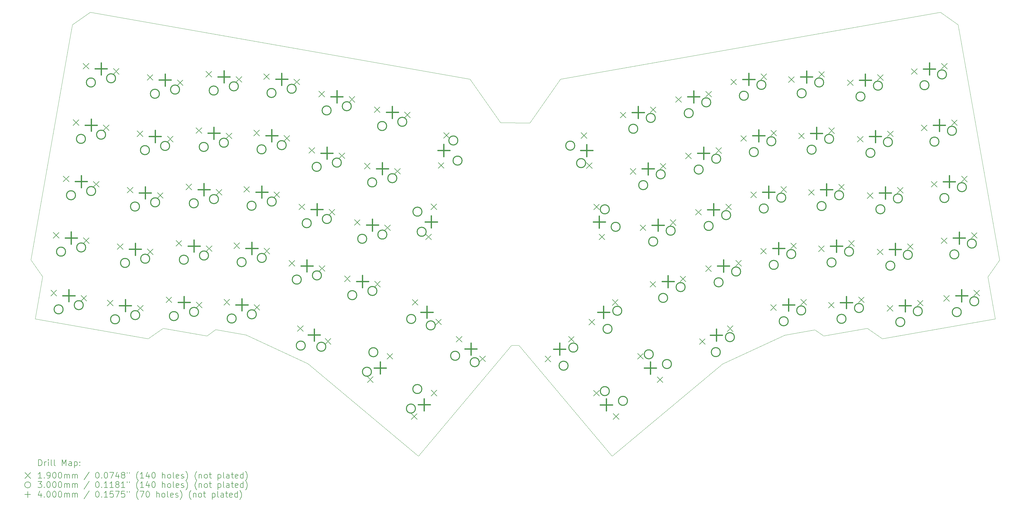
<source format=gbr>
%TF.GenerationSoftware,KiCad,Pcbnew,8.0.3*%
%TF.CreationDate,2024-07-15T09:38:54-04:00*%
%TF.ProjectId,reJESK,72654a45-534b-42e6-9b69-6361645f7063,1.0*%
%TF.SameCoordinates,Original*%
%TF.FileFunction,Drillmap*%
%TF.FilePolarity,Positive*%
%FSLAX45Y45*%
G04 Gerber Fmt 4.5, Leading zero omitted, Abs format (unit mm)*
G04 Created by KiCad (PCBNEW 8.0.3) date 2024-07-15 09:38:54*
%MOMM*%
%LPD*%
G01*
G04 APERTURE LIST*
%ADD10C,0.100000*%
%ADD11C,0.200000*%
%ADD12C,0.190000*%
%ADD13C,0.300000*%
%ADD14C,0.400000*%
G04 APERTURE END LIST*
D10*
X36625261Y-14590564D02*
X36378264Y-13189774D01*
X20192773Y-8063962D02*
X19175580Y-6611258D01*
X20192773Y-8063962D02*
X21163880Y-8067099D01*
X17466844Y-19154295D02*
X20554027Y-15468788D01*
X17454337Y-19152090D02*
X13791639Y-16081825D01*
X5910123Y-5123331D02*
X4586924Y-12627565D01*
X32873143Y-15252163D02*
X36625261Y-14590564D01*
X30627855Y-14951689D02*
X30922103Y-15157723D01*
X4731393Y-14587427D02*
X8483510Y-15249026D01*
X27565015Y-16084962D02*
X23902316Y-19155228D01*
X22181074Y-6614395D02*
X21163880Y-8067099D01*
X36769729Y-12630703D02*
X35446530Y-5126468D01*
X20802627Y-15471925D02*
X23889809Y-19157433D01*
X29627291Y-15128115D02*
X27565015Y-16084962D01*
X8483510Y-15249026D02*
X8983732Y-14898767D01*
X34800696Y-4389216D02*
X35389192Y-4801285D01*
X23889809Y-19157433D02*
X23902316Y-19155228D01*
X35446530Y-5126468D02*
X35389192Y-4801285D01*
X8983732Y-14898767D02*
X10434550Y-15154586D01*
X36378264Y-13189774D02*
X36769729Y-12630703D01*
X4978390Y-13186636D02*
X4731393Y-14587427D01*
X32372922Y-14901905D02*
X32873143Y-15252163D01*
X30627855Y-14951689D02*
X29627291Y-15128115D01*
X34800696Y-4389216D02*
X22181074Y-6614395D01*
X17454337Y-19152090D02*
X17466844Y-19154295D01*
X30922103Y-15157723D02*
X32372922Y-14901905D01*
X5967462Y-4798147D02*
X5910123Y-5123331D01*
X5967462Y-4798147D02*
X6555958Y-4386078D01*
X20802627Y-15471925D02*
X20554027Y-15468788D01*
X4586924Y-12627565D02*
X4978390Y-13186636D01*
X19175580Y-6611258D02*
X6555958Y-4386078D01*
X13791639Y-16081825D02*
X11729363Y-15124978D01*
X10434550Y-15154586D02*
X10728798Y-14948551D01*
X11729363Y-15124978D02*
X10728798Y-14948551D01*
D11*
D12*
X5252047Y-13633789D02*
X5442047Y-13823789D01*
X5442047Y-13633789D02*
X5252047Y-13823789D01*
X5332705Y-11713624D02*
X5522705Y-11903624D01*
X5522705Y-11713624D02*
X5332705Y-11903624D01*
X5663505Y-9837565D02*
X5853505Y-10027565D01*
X5853505Y-9837565D02*
X5663505Y-10027565D01*
X5994305Y-7961507D02*
X6184305Y-8151507D01*
X6184305Y-7961507D02*
X5994305Y-8151507D01*
X6252611Y-13810216D02*
X6442611Y-14000216D01*
X6442611Y-13810216D02*
X6252611Y-14000216D01*
X6325105Y-6085448D02*
X6515105Y-6275448D01*
X6515105Y-6085448D02*
X6325105Y-6275448D01*
X6333270Y-11890050D02*
X6523270Y-12080050D01*
X6523270Y-11890050D02*
X6333270Y-12080050D01*
X6664070Y-10013992D02*
X6854070Y-10203992D01*
X6854070Y-10013992D02*
X6664070Y-10203992D01*
X6994869Y-8137933D02*
X7184869Y-8327933D01*
X7184869Y-8137933D02*
X6994869Y-8327933D01*
X7128106Y-13964589D02*
X7318106Y-14154589D01*
X7318106Y-13964589D02*
X7128106Y-14154589D01*
X7325669Y-6261874D02*
X7515669Y-6451874D01*
X7515669Y-6261874D02*
X7325669Y-6451874D01*
X7458905Y-12088530D02*
X7648905Y-12278530D01*
X7648905Y-12088530D02*
X7458905Y-12278530D01*
X7789705Y-10212472D02*
X7979705Y-10402472D01*
X7979705Y-10212472D02*
X7789705Y-10402472D01*
X8120505Y-8336413D02*
X8310505Y-8526413D01*
X8310505Y-8336413D02*
X8120505Y-8526413D01*
X8128670Y-14141016D02*
X8318670Y-14331016D01*
X8318670Y-14141016D02*
X8128670Y-14331016D01*
X8451305Y-6460354D02*
X8641305Y-6650354D01*
X8641305Y-6460354D02*
X8451305Y-6650354D01*
X8459470Y-12264957D02*
X8649470Y-12454957D01*
X8649470Y-12264957D02*
X8459470Y-12454957D01*
X8790270Y-10388898D02*
X8980270Y-10578898D01*
X8980270Y-10388898D02*
X8790270Y-10578898D01*
X9081351Y-13857642D02*
X9271351Y-14047642D01*
X9271351Y-13857642D02*
X9081351Y-14047642D01*
X9121069Y-8512840D02*
X9311069Y-8702840D01*
X9311069Y-8512840D02*
X9121069Y-8702840D01*
X9412151Y-11981583D02*
X9602151Y-12171583D01*
X9602151Y-11981583D02*
X9412151Y-12171583D01*
X9451869Y-6636781D02*
X9641869Y-6826781D01*
X9641869Y-6636781D02*
X9451869Y-6826781D01*
X9742951Y-10105525D02*
X9932951Y-10295525D01*
X9932951Y-10105525D02*
X9742951Y-10295525D01*
X10073750Y-8229466D02*
X10263750Y-8419466D01*
X10263750Y-8229466D02*
X10073750Y-8419466D01*
X10081916Y-14034068D02*
X10271916Y-14224068D01*
X10271916Y-14034068D02*
X10081916Y-14224068D01*
X10404550Y-6353407D02*
X10594550Y-6543407D01*
X10594550Y-6353407D02*
X10404550Y-6543407D01*
X10412715Y-12158009D02*
X10602715Y-12348009D01*
X10602715Y-12158009D02*
X10412715Y-12348009D01*
X10743515Y-10281951D02*
X10933515Y-10471951D01*
X10933515Y-10281951D02*
X10743515Y-10471951D01*
X11001516Y-13938300D02*
X11191516Y-14128300D01*
X11191516Y-13938300D02*
X11001516Y-14128300D01*
X11074315Y-8405893D02*
X11264315Y-8595893D01*
X11264315Y-8405893D02*
X11074315Y-8595893D01*
X11332316Y-12062242D02*
X11522316Y-12252242D01*
X11522316Y-12062242D02*
X11332316Y-12252242D01*
X11405115Y-6529834D02*
X11595115Y-6719834D01*
X11595115Y-6529834D02*
X11405115Y-6719834D01*
X11663116Y-10186183D02*
X11853116Y-10376183D01*
X11853116Y-10186183D02*
X11663116Y-10376183D01*
X11993916Y-8310124D02*
X12183916Y-8500125D01*
X12183916Y-8310124D02*
X11993916Y-8500125D01*
X12002081Y-14114727D02*
X12192081Y-14304727D01*
X12192081Y-14114727D02*
X12002081Y-14304727D01*
X12324715Y-6434066D02*
X12514715Y-6624066D01*
X12514715Y-6434066D02*
X12324715Y-6624066D01*
X12332881Y-12238668D02*
X12522881Y-12428668D01*
X12522881Y-12238668D02*
X12332881Y-12428668D01*
X12663680Y-10362610D02*
X12853680Y-10552610D01*
X12853680Y-10362610D02*
X12663680Y-10552610D01*
X12994480Y-8486551D02*
X13184480Y-8676551D01*
X13184480Y-8486551D02*
X12994480Y-8676551D01*
X13164268Y-12643183D02*
X13354268Y-12833183D01*
X13354268Y-12643183D02*
X13164268Y-12833183D01*
X13325280Y-6610492D02*
X13515280Y-6800492D01*
X13515280Y-6610492D02*
X13325280Y-6800492D01*
X13443566Y-14815707D02*
X13633566Y-15005707D01*
X13633566Y-14815707D02*
X13443566Y-15005707D01*
X13495068Y-10767124D02*
X13685068Y-10957124D01*
X13685068Y-10767124D02*
X13495068Y-10957124D01*
X13825868Y-8891065D02*
X14015868Y-9081065D01*
X14015868Y-8891065D02*
X13825868Y-9081065D01*
X14156667Y-7015007D02*
X14346667Y-7205007D01*
X14346667Y-7015007D02*
X14156667Y-7205007D01*
X14164833Y-12819609D02*
X14354833Y-13009609D01*
X14354833Y-12819609D02*
X14164833Y-13009609D01*
X14364375Y-15245088D02*
X14554375Y-15435088D01*
X14554375Y-15245088D02*
X14364375Y-15435088D01*
X14495633Y-10943550D02*
X14685633Y-11133550D01*
X14685633Y-10943550D02*
X14495633Y-11133550D01*
X14826432Y-9067492D02*
X15016432Y-9257492D01*
X15016432Y-9067492D02*
X14826432Y-9257492D01*
X15007247Y-13161588D02*
X15197247Y-13351588D01*
X15197247Y-13161588D02*
X15007247Y-13351588D01*
X15157232Y-7191433D02*
X15347232Y-7381433D01*
X15347232Y-7191433D02*
X15157232Y-7381433D01*
X15338047Y-11285530D02*
X15528047Y-11475530D01*
X15528047Y-11285530D02*
X15338047Y-11475530D01*
X15668847Y-9409471D02*
X15858847Y-9599471D01*
X15858847Y-9409471D02*
X15668847Y-9599471D01*
X15769947Y-16515423D02*
X15959947Y-16705423D01*
X15959947Y-16515423D02*
X15769947Y-16705423D01*
X15999646Y-7533412D02*
X16189646Y-7723412D01*
X16189646Y-7533412D02*
X15999646Y-7723412D01*
X16007812Y-13338015D02*
X16197812Y-13528015D01*
X16197812Y-13338015D02*
X16007812Y-13528015D01*
X16338611Y-11461956D02*
X16528611Y-11651956D01*
X16528611Y-11461956D02*
X16338611Y-11651956D01*
X16423019Y-15737121D02*
X16613019Y-15927121D01*
X16613019Y-15737121D02*
X16423019Y-15927121D01*
X16669411Y-9585898D02*
X16859411Y-9775898D01*
X16859411Y-9585898D02*
X16669411Y-9775898D01*
X17000211Y-7709839D02*
X17190211Y-7899839D01*
X17190211Y-7709839D02*
X17000211Y-7899839D01*
X17230465Y-17740145D02*
X17420465Y-17930145D01*
X17420465Y-17740145D02*
X17230465Y-17930145D01*
X17259383Y-13945578D02*
X17449383Y-14135578D01*
X17449383Y-13945578D02*
X17259383Y-14135578D01*
X17703361Y-11767078D02*
X17893361Y-11957078D01*
X17893361Y-11767078D02*
X17703361Y-11957078D01*
X17879788Y-10766513D02*
X18069788Y-10956513D01*
X18069788Y-10766513D02*
X17879788Y-10956513D01*
X17883537Y-16961844D02*
X18073537Y-17151844D01*
X18073537Y-16961844D02*
X17883537Y-17151844D01*
X18037684Y-14598650D02*
X18227684Y-14788650D01*
X18227684Y-14598650D02*
X18037684Y-14788650D01*
X18122374Y-9390737D02*
X18312374Y-9580737D01*
X18312374Y-9390737D02*
X18122374Y-9580737D01*
X18298801Y-8390172D02*
X18488801Y-8580172D01*
X18488801Y-8390172D02*
X18298801Y-8580172D01*
X18719900Y-15170300D02*
X18909900Y-15360300D01*
X18909900Y-15170300D02*
X18719900Y-15360300D01*
X19498202Y-15823372D02*
X19688202Y-16013372D01*
X19688202Y-15823372D02*
X19498202Y-16013372D01*
X21668452Y-15826510D02*
X21858452Y-16016510D01*
X21858452Y-15826510D02*
X21668452Y-16016510D01*
X22446753Y-15173438D02*
X22636753Y-15363438D01*
X22636753Y-15173438D02*
X22446753Y-15363438D01*
X22867853Y-8393310D02*
X23057853Y-8583310D01*
X23057853Y-8393310D02*
X22867853Y-8583310D01*
X23044279Y-9393875D02*
X23234279Y-9583875D01*
X23234279Y-9393875D02*
X23044279Y-9583875D01*
X23128970Y-14601787D02*
X23318970Y-14791787D01*
X23318970Y-14601787D02*
X23128970Y-14791787D01*
X23283117Y-16964981D02*
X23473117Y-17154981D01*
X23473117Y-16964981D02*
X23283117Y-17154981D01*
X23286866Y-10769651D02*
X23476866Y-10959651D01*
X23476866Y-10769651D02*
X23286866Y-10959651D01*
X23463293Y-11770215D02*
X23653293Y-11960215D01*
X23653293Y-11770215D02*
X23463293Y-11960215D01*
X23907271Y-13948715D02*
X24097271Y-14138715D01*
X24097271Y-13948715D02*
X23907271Y-14138715D01*
X23936189Y-17743283D02*
X24126189Y-17933283D01*
X24126189Y-17743283D02*
X23936189Y-17933283D01*
X24166443Y-7712976D02*
X24356443Y-7902976D01*
X24356443Y-7712976D02*
X24166443Y-7902976D01*
X24497243Y-9589035D02*
X24687243Y-9779035D01*
X24687243Y-9589035D02*
X24497243Y-9779035D01*
X24743635Y-15740259D02*
X24933635Y-15930259D01*
X24933635Y-15740259D02*
X24743635Y-15930259D01*
X24828042Y-11465094D02*
X25018042Y-11655094D01*
X25018042Y-11465094D02*
X24828042Y-11655094D01*
X25158842Y-13341152D02*
X25348842Y-13531152D01*
X25348842Y-13341152D02*
X25158842Y-13531152D01*
X25167007Y-7536550D02*
X25357007Y-7726550D01*
X25357007Y-7536550D02*
X25167007Y-7726550D01*
X25396707Y-16518560D02*
X25586707Y-16708560D01*
X25586707Y-16518560D02*
X25396707Y-16708560D01*
X25497807Y-9412609D02*
X25687807Y-9602609D01*
X25687807Y-9412609D02*
X25497807Y-9602609D01*
X25828607Y-11288667D02*
X26018607Y-11478667D01*
X26018607Y-11288667D02*
X25828607Y-11478667D01*
X26009422Y-7194571D02*
X26199422Y-7384571D01*
X26199422Y-7194571D02*
X26009422Y-7384571D01*
X26159407Y-13164726D02*
X26349407Y-13354726D01*
X26349407Y-13164726D02*
X26159407Y-13354726D01*
X26340221Y-9070630D02*
X26530221Y-9260630D01*
X26530221Y-9070630D02*
X26340221Y-9260630D01*
X26671021Y-10946688D02*
X26861021Y-11136688D01*
X26861021Y-10946688D02*
X26671021Y-11136688D01*
X26802279Y-15248225D02*
X26992279Y-15438225D01*
X26992279Y-15248225D02*
X26802279Y-15438225D01*
X27001821Y-12822747D02*
X27191821Y-13012747D01*
X27191821Y-12822747D02*
X27001821Y-13012747D01*
X27009986Y-7018144D02*
X27199986Y-7208144D01*
X27199986Y-7018144D02*
X27009986Y-7208144D01*
X27340786Y-8894203D02*
X27530786Y-9084203D01*
X27530786Y-8894203D02*
X27340786Y-9084203D01*
X27671586Y-10770261D02*
X27861586Y-10960261D01*
X27861586Y-10770261D02*
X27671586Y-10960261D01*
X27723088Y-14818845D02*
X27913088Y-15008845D01*
X27913088Y-14818845D02*
X27723088Y-15008845D01*
X27841374Y-6613630D02*
X28031374Y-6803630D01*
X28031374Y-6613630D02*
X27841374Y-6803630D01*
X28002386Y-12646320D02*
X28192386Y-12836320D01*
X28192386Y-12646320D02*
X28002386Y-12836320D01*
X28172173Y-8489689D02*
X28362173Y-8679689D01*
X28362173Y-8489689D02*
X28172173Y-8679689D01*
X28502973Y-10365747D02*
X28692973Y-10555747D01*
X28692973Y-10365747D02*
X28502973Y-10555747D01*
X28833773Y-12241806D02*
X29023773Y-12431806D01*
X29023773Y-12241806D02*
X28833773Y-12431806D01*
X28841938Y-6437203D02*
X29031938Y-6627203D01*
X29031938Y-6437203D02*
X28841938Y-6627203D01*
X29164573Y-14117864D02*
X29354573Y-14307864D01*
X29354573Y-14117864D02*
X29164573Y-14307864D01*
X29172738Y-8313262D02*
X29362738Y-8503262D01*
X29362738Y-8313262D02*
X29172738Y-8503262D01*
X29503538Y-10189321D02*
X29693538Y-10379321D01*
X29693538Y-10189321D02*
X29503538Y-10379321D01*
X29761539Y-6532971D02*
X29951539Y-6722971D01*
X29951539Y-6532971D02*
X29761539Y-6722971D01*
X29834338Y-12065379D02*
X30024338Y-12255379D01*
X30024338Y-12065379D02*
X29834338Y-12255379D01*
X30092339Y-8409030D02*
X30282339Y-8599030D01*
X30282339Y-8409030D02*
X30092339Y-8599030D01*
X30165137Y-13941438D02*
X30355137Y-14131438D01*
X30355137Y-13941438D02*
X30165137Y-14131438D01*
X30423139Y-10285089D02*
X30613139Y-10475089D01*
X30613139Y-10285089D02*
X30423139Y-10475089D01*
X30753938Y-12161147D02*
X30943938Y-12351147D01*
X30943938Y-12161147D02*
X30753938Y-12351147D01*
X30762104Y-6356545D02*
X30952104Y-6546545D01*
X30952104Y-6356545D02*
X30762104Y-6546545D01*
X31084738Y-14037206D02*
X31274738Y-14227206D01*
X31274738Y-14037206D02*
X31084738Y-14227206D01*
X31092903Y-8232603D02*
X31282903Y-8422603D01*
X31282903Y-8232603D02*
X31092903Y-8422603D01*
X31423703Y-10108662D02*
X31613703Y-10298662D01*
X31613703Y-10108662D02*
X31423703Y-10298662D01*
X31714784Y-6639918D02*
X31904784Y-6829918D01*
X31904784Y-6639918D02*
X31714784Y-6829918D01*
X31754503Y-11984721D02*
X31944503Y-12174721D01*
X31944503Y-11984721D02*
X31754503Y-12174721D01*
X32045584Y-8515977D02*
X32235584Y-8705977D01*
X32235584Y-8515977D02*
X32045584Y-8705977D01*
X32085303Y-13860779D02*
X32275303Y-14050779D01*
X32275303Y-13860779D02*
X32085303Y-14050779D01*
X32376384Y-10392036D02*
X32566384Y-10582036D01*
X32566384Y-10392036D02*
X32376384Y-10582036D01*
X32707184Y-12268094D02*
X32897184Y-12458094D01*
X32897184Y-12268094D02*
X32707184Y-12458094D01*
X32715349Y-6463492D02*
X32905349Y-6653492D01*
X32905349Y-6463492D02*
X32715349Y-6653492D01*
X33037984Y-14144153D02*
X33227984Y-14334153D01*
X33227984Y-14144153D02*
X33037984Y-14334153D01*
X33046149Y-8339551D02*
X33236149Y-8529551D01*
X33236149Y-8339551D02*
X33046149Y-8529551D01*
X33376949Y-10215609D02*
X33566949Y-10405609D01*
X33566949Y-10215609D02*
X33376949Y-10405609D01*
X33707748Y-12091668D02*
X33897748Y-12281668D01*
X33897748Y-12091668D02*
X33707748Y-12281668D01*
X33840984Y-6265012D02*
X34030984Y-6455012D01*
X34030984Y-6265012D02*
X33840984Y-6455012D01*
X34038548Y-13967726D02*
X34228548Y-14157726D01*
X34228548Y-13967726D02*
X34038548Y-14157726D01*
X34171784Y-8141071D02*
X34361784Y-8331071D01*
X34361784Y-8141071D02*
X34171784Y-8331071D01*
X34502584Y-10017130D02*
X34692584Y-10207130D01*
X34692584Y-10017130D02*
X34502584Y-10207130D01*
X34833384Y-11893188D02*
X35023384Y-12083188D01*
X35023384Y-11893188D02*
X34833384Y-12083188D01*
X34841549Y-6088585D02*
X35031549Y-6278585D01*
X35031549Y-6088585D02*
X34841549Y-6278585D01*
X34914042Y-13813353D02*
X35104042Y-14003353D01*
X35104042Y-13813353D02*
X34914042Y-14003353D01*
X35172349Y-7964644D02*
X35362349Y-8154644D01*
X35362349Y-7964644D02*
X35172349Y-8154644D01*
X35503149Y-9840703D02*
X35693149Y-10030703D01*
X35693149Y-9840703D02*
X35503149Y-10030703D01*
X35833948Y-11716761D02*
X36023948Y-11906761D01*
X36023948Y-11716761D02*
X35833948Y-11906761D01*
X35914607Y-13636926D02*
X36104607Y-13826926D01*
X36104607Y-13636926D02*
X35914607Y-13826926D01*
D13*
X5658599Y-14273628D02*
G75*
G02*
X5358599Y-14273628I-150000J0D01*
G01*
X5358599Y-14273628D02*
G75*
G02*
X5658599Y-14273628I150000J0D01*
G01*
X5739258Y-12353463D02*
G75*
G02*
X5439258Y-12353463I-150000J0D01*
G01*
X5439258Y-12353463D02*
G75*
G02*
X5739258Y-12353463I150000J0D01*
G01*
X6070057Y-10477404D02*
G75*
G02*
X5770057Y-10477404I-150000J0D01*
G01*
X5770057Y-10477404D02*
G75*
G02*
X6070057Y-10477404I150000J0D01*
G01*
X6328059Y-14133753D02*
G75*
G02*
X6028059Y-14133753I-150000J0D01*
G01*
X6028059Y-14133753D02*
G75*
G02*
X6328059Y-14133753I150000J0D01*
G01*
X6400857Y-8601346D02*
G75*
G02*
X6100857Y-8601346I-150000J0D01*
G01*
X6100857Y-8601346D02*
G75*
G02*
X6400857Y-8601346I150000J0D01*
G01*
X6408717Y-12213588D02*
G75*
G02*
X6108717Y-12213588I-150000J0D01*
G01*
X6108717Y-12213588D02*
G75*
G02*
X6408717Y-12213588I150000J0D01*
G01*
X6731657Y-6725287D02*
G75*
G02*
X6431657Y-6725287I-150000J0D01*
G01*
X6431657Y-6725287D02*
G75*
G02*
X6731657Y-6725287I150000J0D01*
G01*
X6739517Y-10337530D02*
G75*
G02*
X6439517Y-10337530I-150000J0D01*
G01*
X6439517Y-10337530D02*
G75*
G02*
X6739517Y-10337530I150000J0D01*
G01*
X7070317Y-8461471D02*
G75*
G02*
X6770317Y-8461471I-150000J0D01*
G01*
X6770317Y-8461471D02*
G75*
G02*
X7070317Y-8461471I150000J0D01*
G01*
X7401117Y-6585412D02*
G75*
G02*
X7101117Y-6585412I-150000J0D01*
G01*
X7101117Y-6585412D02*
G75*
G02*
X7401117Y-6585412I150000J0D01*
G01*
X7534658Y-14604428D02*
G75*
G02*
X7234658Y-14604428I-150000J0D01*
G01*
X7234658Y-14604428D02*
G75*
G02*
X7534658Y-14604428I150000J0D01*
G01*
X7865458Y-12728369D02*
G75*
G02*
X7565458Y-12728369I-150000J0D01*
G01*
X7565458Y-12728369D02*
G75*
G02*
X7865458Y-12728369I150000J0D01*
G01*
X8196257Y-10852311D02*
G75*
G02*
X7896257Y-10852311I-150000J0D01*
G01*
X7896257Y-10852311D02*
G75*
G02*
X8196257Y-10852311I150000J0D01*
G01*
X8204117Y-14464553D02*
G75*
G02*
X7904117Y-14464553I-150000J0D01*
G01*
X7904117Y-14464553D02*
G75*
G02*
X8204117Y-14464553I150000J0D01*
G01*
X8527057Y-8976252D02*
G75*
G02*
X8227057Y-8976252I-150000J0D01*
G01*
X8227057Y-8976252D02*
G75*
G02*
X8527057Y-8976252I150000J0D01*
G01*
X8534917Y-12588494D02*
G75*
G02*
X8234917Y-12588494I-150000J0D01*
G01*
X8234917Y-12588494D02*
G75*
G02*
X8534917Y-12588494I150000J0D01*
G01*
X8857857Y-7100193D02*
G75*
G02*
X8557857Y-7100193I-150000J0D01*
G01*
X8557857Y-7100193D02*
G75*
G02*
X8857857Y-7100193I150000J0D01*
G01*
X8865717Y-10712436D02*
G75*
G02*
X8565717Y-10712436I-150000J0D01*
G01*
X8565717Y-10712436D02*
G75*
G02*
X8865717Y-10712436I150000J0D01*
G01*
X9196517Y-8836377D02*
G75*
G02*
X8896517Y-8836377I-150000J0D01*
G01*
X8896517Y-8836377D02*
G75*
G02*
X9196517Y-8836377I150000J0D01*
G01*
X9487903Y-14497480D02*
G75*
G02*
X9187903Y-14497480I-150000J0D01*
G01*
X9187903Y-14497480D02*
G75*
G02*
X9487903Y-14497480I150000J0D01*
G01*
X9527317Y-6960319D02*
G75*
G02*
X9227317Y-6960319I-150000J0D01*
G01*
X9227317Y-6960319D02*
G75*
G02*
X9527317Y-6960319I150000J0D01*
G01*
X9818703Y-12621422D02*
G75*
G02*
X9518703Y-12621422I-150000J0D01*
G01*
X9518703Y-12621422D02*
G75*
G02*
X9818703Y-12621422I150000J0D01*
G01*
X10149503Y-10745363D02*
G75*
G02*
X9849503Y-10745363I-150000J0D01*
G01*
X9849503Y-10745363D02*
G75*
G02*
X10149503Y-10745363I150000J0D01*
G01*
X10157363Y-14357606D02*
G75*
G02*
X9857363Y-14357606I-150000J0D01*
G01*
X9857363Y-14357606D02*
G75*
G02*
X10157363Y-14357606I150000J0D01*
G01*
X10480302Y-8869305D02*
G75*
G02*
X10180302Y-8869305I-150000J0D01*
G01*
X10180302Y-8869305D02*
G75*
G02*
X10480302Y-8869305I150000J0D01*
G01*
X10488163Y-12481547D02*
G75*
G02*
X10188163Y-12481547I-150000J0D01*
G01*
X10188163Y-12481547D02*
G75*
G02*
X10488163Y-12481547I150000J0D01*
G01*
X10811102Y-6993246D02*
G75*
G02*
X10511102Y-6993246I-150000J0D01*
G01*
X10511102Y-6993246D02*
G75*
G02*
X10811102Y-6993246I150000J0D01*
G01*
X10818962Y-10605489D02*
G75*
G02*
X10518962Y-10605489I-150000J0D01*
G01*
X10518962Y-10605489D02*
G75*
G02*
X10818962Y-10605489I150000J0D01*
G01*
X11149762Y-8729430D02*
G75*
G02*
X10849762Y-8729430I-150000J0D01*
G01*
X10849762Y-8729430D02*
G75*
G02*
X11149762Y-8729430I150000J0D01*
G01*
X11408069Y-14578139D02*
G75*
G02*
X11108069Y-14578139I-150000J0D01*
G01*
X11108069Y-14578139D02*
G75*
G02*
X11408069Y-14578139I150000J0D01*
G01*
X11480562Y-6853371D02*
G75*
G02*
X11180562Y-6853371I-150000J0D01*
G01*
X11180562Y-6853371D02*
G75*
G02*
X11480562Y-6853371I150000J0D01*
G01*
X11738868Y-12702081D02*
G75*
G02*
X11438868Y-12702081I-150000J0D01*
G01*
X11438868Y-12702081D02*
G75*
G02*
X11738868Y-12702081I150000J0D01*
G01*
X12069668Y-10826022D02*
G75*
G02*
X11769668Y-10826022I-150000J0D01*
G01*
X11769668Y-10826022D02*
G75*
G02*
X12069668Y-10826022I150000J0D01*
G01*
X12077528Y-14438264D02*
G75*
G02*
X11777528Y-14438264I-150000J0D01*
G01*
X11777528Y-14438264D02*
G75*
G02*
X12077528Y-14438264I150000J0D01*
G01*
X12400468Y-8949963D02*
G75*
G02*
X12100468Y-8949963I-150000J0D01*
G01*
X12100468Y-8949963D02*
G75*
G02*
X12400468Y-8949963I150000J0D01*
G01*
X12408328Y-12562206D02*
G75*
G02*
X12108328Y-12562206I-150000J0D01*
G01*
X12108328Y-12562206D02*
G75*
G02*
X12408328Y-12562206I150000J0D01*
G01*
X12731268Y-7073904D02*
G75*
G02*
X12431268Y-7073904I-150000J0D01*
G01*
X12431268Y-7073904D02*
G75*
G02*
X12731268Y-7073904I150000J0D01*
G01*
X12739128Y-10686147D02*
G75*
G02*
X12439128Y-10686147I-150000J0D01*
G01*
X12439128Y-10686147D02*
G75*
G02*
X12739128Y-10686147I150000J0D01*
G01*
X13069927Y-8810089D02*
G75*
G02*
X12769927Y-8810089I-150000J0D01*
G01*
X12769927Y-8810089D02*
G75*
G02*
X13069927Y-8810089I150000J0D01*
G01*
X13400727Y-6934030D02*
G75*
G02*
X13100727Y-6934030I-150000J0D01*
G01*
X13100727Y-6934030D02*
G75*
G02*
X13400727Y-6934030I150000J0D01*
G01*
X13570820Y-13283021D02*
G75*
G02*
X13270820Y-13283021I-150000J0D01*
G01*
X13270820Y-13283021D02*
G75*
G02*
X13570820Y-13283021I150000J0D01*
G01*
X13703599Y-15478794D02*
G75*
G02*
X13403599Y-15478794I-150000J0D01*
G01*
X13403599Y-15478794D02*
G75*
G02*
X13703599Y-15478794I150000J0D01*
G01*
X13901620Y-11406963D02*
G75*
G02*
X13601620Y-11406963I-150000J0D01*
G01*
X13601620Y-11406963D02*
G75*
G02*
X13901620Y-11406963I150000J0D01*
G01*
X14232420Y-9530904D02*
G75*
G02*
X13932420Y-9530904I-150000J0D01*
G01*
X13932420Y-9530904D02*
G75*
G02*
X14232420Y-9530904I150000J0D01*
G01*
X14240280Y-13143147D02*
G75*
G02*
X13940280Y-13143147I-150000J0D01*
G01*
X13940280Y-13143147D02*
G75*
G02*
X14240280Y-13143147I150000J0D01*
G01*
X14386449Y-15516954D02*
G75*
G02*
X14086449Y-15516954I-150000J0D01*
G01*
X14086449Y-15516954D02*
G75*
G02*
X14386449Y-15516954I150000J0D01*
G01*
X14563220Y-7654846D02*
G75*
G02*
X14263220Y-7654846I-150000J0D01*
G01*
X14263220Y-7654846D02*
G75*
G02*
X14563220Y-7654846I150000J0D01*
G01*
X14571080Y-11267088D02*
G75*
G02*
X14271080Y-11267088I-150000J0D01*
G01*
X14271080Y-11267088D02*
G75*
G02*
X14571080Y-11267088I150000J0D01*
G01*
X14901880Y-9391030D02*
G75*
G02*
X14601880Y-9391030I-150000J0D01*
G01*
X14601880Y-9391030D02*
G75*
G02*
X14901880Y-9391030I150000J0D01*
G01*
X15232679Y-7514971D02*
G75*
G02*
X14932679Y-7514971I-150000J0D01*
G01*
X14932679Y-7514971D02*
G75*
G02*
X15232679Y-7514971I150000J0D01*
G01*
X15413799Y-13801427D02*
G75*
G02*
X15113799Y-13801427I-150000J0D01*
G01*
X15113799Y-13801427D02*
G75*
G02*
X15413799Y-13801427I150000J0D01*
G01*
X15744599Y-11925368D02*
G75*
G02*
X15444599Y-11925368I-150000J0D01*
G01*
X15444599Y-11925368D02*
G75*
G02*
X15744599Y-11925368I150000J0D01*
G01*
X15901804Y-16349317D02*
G75*
G02*
X15601804Y-16349317I-150000J0D01*
G01*
X15601804Y-16349317D02*
G75*
G02*
X15901804Y-16349317I150000J0D01*
G01*
X16075399Y-10049310D02*
G75*
G02*
X15775399Y-10049310I-150000J0D01*
G01*
X15775399Y-10049310D02*
G75*
G02*
X16075399Y-10049310I150000J0D01*
G01*
X16083259Y-13661552D02*
G75*
G02*
X15783259Y-13661552I-150000J0D01*
G01*
X15783259Y-13661552D02*
G75*
G02*
X16083259Y-13661552I150000J0D01*
G01*
X16115398Y-15699610D02*
G75*
G02*
X15815398Y-15699610I-150000J0D01*
G01*
X15815398Y-15699610D02*
G75*
G02*
X16115398Y-15699610I150000J0D01*
G01*
X16406199Y-8173251D02*
G75*
G02*
X16106199Y-8173251I-150000J0D01*
G01*
X16106199Y-8173251D02*
G75*
G02*
X16406199Y-8173251I150000J0D01*
G01*
X16414059Y-11785494D02*
G75*
G02*
X16114059Y-11785494I-150000J0D01*
G01*
X16114059Y-11785494D02*
G75*
G02*
X16414059Y-11785494I150000J0D01*
G01*
X16744858Y-9909435D02*
G75*
G02*
X16444858Y-9909435I-150000J0D01*
G01*
X16444858Y-9909435D02*
G75*
G02*
X16744858Y-9909435I150000J0D01*
G01*
X17075658Y-8033376D02*
G75*
G02*
X16775658Y-8033376I-150000J0D01*
G01*
X16775658Y-8033376D02*
G75*
G02*
X17075658Y-8033376I150000J0D01*
G01*
X17362321Y-17574039D02*
G75*
G02*
X17062321Y-17574039I-150000J0D01*
G01*
X17062321Y-17574039D02*
G75*
G02*
X17362321Y-17574039I150000J0D01*
G01*
X17371872Y-14593198D02*
G75*
G02*
X17071872Y-14593198I-150000J0D01*
G01*
X17071872Y-14593198D02*
G75*
G02*
X17371872Y-14593198I150000J0D01*
G01*
X17575916Y-16924333D02*
G75*
G02*
X17275916Y-16924333I-150000J0D01*
G01*
X17275916Y-16924333D02*
G75*
G02*
X17575916Y-16924333I150000J0D01*
G01*
X17579949Y-11023066D02*
G75*
G02*
X17279949Y-11023066I-150000J0D01*
G01*
X17279949Y-11023066D02*
G75*
G02*
X17579949Y-11023066I150000J0D01*
G01*
X17719824Y-11692525D02*
G75*
G02*
X17419824Y-11692525I-150000J0D01*
G01*
X17419824Y-11692525D02*
G75*
G02*
X17719824Y-11692525I150000J0D01*
G01*
X18021578Y-14806793D02*
G75*
G02*
X17721578Y-14806793I-150000J0D01*
G01*
X17721578Y-14806793D02*
G75*
G02*
X18021578Y-14806793I150000J0D01*
G01*
X18772338Y-8654725D02*
G75*
G02*
X18472338Y-8654725I-150000J0D01*
G01*
X18472338Y-8654725D02*
G75*
G02*
X18772338Y-8654725I150000J0D01*
G01*
X18832389Y-15817921D02*
G75*
G02*
X18532389Y-15817921I-150000J0D01*
G01*
X18532389Y-15817921D02*
G75*
G02*
X18832389Y-15817921I150000J0D01*
G01*
X18912213Y-9324185D02*
G75*
G02*
X18612213Y-9324185I-150000J0D01*
G01*
X18612213Y-9324185D02*
G75*
G02*
X18912213Y-9324185I150000J0D01*
G01*
X19482096Y-16031516D02*
G75*
G02*
X19182096Y-16031516I-150000J0D01*
G01*
X19182096Y-16031516D02*
G75*
G02*
X19482096Y-16031516I150000J0D01*
G01*
X22434667Y-16147969D02*
G75*
G02*
X22134667Y-16147969I-150000J0D01*
G01*
X22134667Y-16147969D02*
G75*
G02*
X22434667Y-16147969I150000J0D01*
G01*
X22656126Y-8826465D02*
G75*
G02*
X22356126Y-8826465I-150000J0D01*
G01*
X22356126Y-8826465D02*
G75*
G02*
X22656126Y-8826465I150000J0D01*
G01*
X22757837Y-15545224D02*
G75*
G02*
X22457837Y-15545224I-150000J0D01*
G01*
X22457837Y-15545224D02*
G75*
G02*
X22757837Y-15545224I150000J0D01*
G01*
X23016534Y-9407712D02*
G75*
G02*
X22716534Y-9407712I-150000J0D01*
G01*
X22716534Y-9407712D02*
G75*
G02*
X23016534Y-9407712I150000J0D01*
G01*
X23804612Y-10945814D02*
G75*
G02*
X23504612Y-10945814I-150000J0D01*
G01*
X23504612Y-10945814D02*
G75*
G02*
X23804612Y-10945814I150000J0D01*
G01*
X23804903Y-16993898D02*
G75*
G02*
X23504903Y-16993898I-150000J0D01*
G01*
X23504903Y-16993898D02*
G75*
G02*
X23804903Y-16993898I150000J0D01*
G01*
X23895185Y-14923247D02*
G75*
G02*
X23595185Y-14923247I-150000J0D01*
G01*
X23595185Y-14923247D02*
G75*
G02*
X23895185Y-14923247I150000J0D01*
G01*
X24165019Y-11527060D02*
G75*
G02*
X23865019Y-11527060I-150000J0D01*
G01*
X23865019Y-11527060D02*
G75*
G02*
X24165019Y-11527060I150000J0D01*
G01*
X24218355Y-14320501D02*
G75*
G02*
X23918355Y-14320501I-150000J0D01*
G01*
X23918355Y-14320501D02*
G75*
G02*
X24218355Y-14320501I150000J0D01*
G01*
X24407649Y-17317068D02*
G75*
G02*
X24107649Y-17317068I-150000J0D01*
G01*
X24107649Y-17317068D02*
G75*
G02*
X24407649Y-17317068I150000J0D01*
G01*
X24749598Y-8264703D02*
G75*
G02*
X24449598Y-8264703I-150000J0D01*
G01*
X24449598Y-8264703D02*
G75*
G02*
X24749598Y-8264703I150000J0D01*
G01*
X25080398Y-10140762D02*
G75*
G02*
X24780398Y-10140762I-150000J0D01*
G01*
X24780398Y-10140762D02*
G75*
G02*
X25080398Y-10140762I150000J0D01*
G01*
X25265421Y-15769175D02*
G75*
G02*
X24965421Y-15769175I-150000J0D01*
G01*
X24965421Y-15769175D02*
G75*
G02*
X25265421Y-15769175I150000J0D01*
G01*
X25330845Y-7904295D02*
G75*
G02*
X25030845Y-7904295I-150000J0D01*
G01*
X25030845Y-7904295D02*
G75*
G02*
X25330845Y-7904295I150000J0D01*
G01*
X25411198Y-12016820D02*
G75*
G02*
X25111198Y-12016820I-150000J0D01*
G01*
X25111198Y-12016820D02*
G75*
G02*
X25411198Y-12016820I150000J0D01*
G01*
X25661644Y-9780354D02*
G75*
G02*
X25361644Y-9780354I-150000J0D01*
G01*
X25361644Y-9780354D02*
G75*
G02*
X25661644Y-9780354I150000J0D01*
G01*
X25741998Y-13892879D02*
G75*
G02*
X25441998Y-13892879I-150000J0D01*
G01*
X25441998Y-13892879D02*
G75*
G02*
X25741998Y-13892879I150000J0D01*
G01*
X25868166Y-16092345D02*
G75*
G02*
X25568166Y-16092345I-150000J0D01*
G01*
X25568166Y-16092345D02*
G75*
G02*
X25868166Y-16092345I150000J0D01*
G01*
X25992444Y-11656413D02*
G75*
G02*
X25692444Y-11656413I-150000J0D01*
G01*
X25692444Y-11656413D02*
G75*
G02*
X25992444Y-11656413I150000J0D01*
G01*
X26323244Y-13532471D02*
G75*
G02*
X26023244Y-13532471I-150000J0D01*
G01*
X26023244Y-13532471D02*
G75*
G02*
X26323244Y-13532471I150000J0D01*
G01*
X26592577Y-7746297D02*
G75*
G02*
X26292577Y-7746297I-150000J0D01*
G01*
X26292577Y-7746297D02*
G75*
G02*
X26592577Y-7746297I150000J0D01*
G01*
X26923377Y-9622356D02*
G75*
G02*
X26623377Y-9622356I-150000J0D01*
G01*
X26623377Y-9622356D02*
G75*
G02*
X26923377Y-9622356I150000J0D01*
G01*
X27173823Y-7385890D02*
G75*
G02*
X26873823Y-7385890I-150000J0D01*
G01*
X26873823Y-7385890D02*
G75*
G02*
X27173823Y-7385890I150000J0D01*
G01*
X27254177Y-11498415D02*
G75*
G02*
X26954177Y-11498415I-150000J0D01*
G01*
X26954177Y-11498415D02*
G75*
G02*
X27254177Y-11498415I150000J0D01*
G01*
X27492122Y-15696868D02*
G75*
G02*
X27192122Y-15696868I-150000J0D01*
G01*
X27192122Y-15696868D02*
G75*
G02*
X27492122Y-15696868I150000J0D01*
G01*
X27504623Y-9261949D02*
G75*
G02*
X27204623Y-9261949I-150000J0D01*
G01*
X27204623Y-9261949D02*
G75*
G02*
X27504623Y-9261949I150000J0D01*
G01*
X27584976Y-13374474D02*
G75*
G02*
X27284976Y-13374474I-150000J0D01*
G01*
X27284976Y-13374474D02*
G75*
G02*
X27584976Y-13374474I150000J0D01*
G01*
X27835423Y-11138007D02*
G75*
G02*
X27535423Y-11138007I-150000J0D01*
G01*
X27535423Y-11138007D02*
G75*
G02*
X27835423Y-11138007I150000J0D01*
G01*
X27960282Y-15198303D02*
G75*
G02*
X27660282Y-15198303I-150000J0D01*
G01*
X27660282Y-15198303D02*
G75*
G02*
X27960282Y-15198303I150000J0D01*
G01*
X28166223Y-13014066D02*
G75*
G02*
X27866223Y-13014066I-150000J0D01*
G01*
X27866223Y-13014066D02*
G75*
G02*
X28166223Y-13014066I150000J0D01*
G01*
X28424529Y-7165357D02*
G75*
G02*
X28124529Y-7165357I-150000J0D01*
G01*
X28124529Y-7165357D02*
G75*
G02*
X28424529Y-7165357I150000J0D01*
G01*
X28755329Y-9041415D02*
G75*
G02*
X28455329Y-9041415I-150000J0D01*
G01*
X28455329Y-9041415D02*
G75*
G02*
X28755329Y-9041415I150000J0D01*
G01*
X29005775Y-6804949D02*
G75*
G02*
X28705775Y-6804949I-150000J0D01*
G01*
X28705775Y-6804949D02*
G75*
G02*
X29005775Y-6804949I150000J0D01*
G01*
X29086129Y-10917474D02*
G75*
G02*
X28786129Y-10917474I-150000J0D01*
G01*
X28786129Y-10917474D02*
G75*
G02*
X29086129Y-10917474I150000J0D01*
G01*
X29336575Y-8681008D02*
G75*
G02*
X29036575Y-8681008I-150000J0D01*
G01*
X29036575Y-8681008D02*
G75*
G02*
X29336575Y-8681008I150000J0D01*
G01*
X29416928Y-12793533D02*
G75*
G02*
X29116928Y-12793533I-150000J0D01*
G01*
X29116928Y-12793533D02*
G75*
G02*
X29416928Y-12793533I150000J0D01*
G01*
X29667375Y-10557066D02*
G75*
G02*
X29367375Y-10557066I-150000J0D01*
G01*
X29367375Y-10557066D02*
G75*
G02*
X29667375Y-10557066I150000J0D01*
G01*
X29747728Y-14669591D02*
G75*
G02*
X29447728Y-14669591I-150000J0D01*
G01*
X29447728Y-14669591D02*
G75*
G02*
X29747728Y-14669591I150000J0D01*
G01*
X29998175Y-12433125D02*
G75*
G02*
X29698175Y-12433125I-150000J0D01*
G01*
X29698175Y-12433125D02*
G75*
G02*
X29998175Y-12433125I150000J0D01*
G01*
X30328974Y-14309183D02*
G75*
G02*
X30028974Y-14309183I-150000J0D01*
G01*
X30028974Y-14309183D02*
G75*
G02*
X30328974Y-14309183I150000J0D01*
G01*
X30344694Y-7084698D02*
G75*
G02*
X30044694Y-7084698I-150000J0D01*
G01*
X30044694Y-7084698D02*
G75*
G02*
X30344694Y-7084698I150000J0D01*
G01*
X30675494Y-8960757D02*
G75*
G02*
X30375494Y-8960757I-150000J0D01*
G01*
X30375494Y-8960757D02*
G75*
G02*
X30675494Y-8960757I150000J0D01*
G01*
X30925941Y-6724290D02*
G75*
G02*
X30625941Y-6724290I-150000J0D01*
G01*
X30625941Y-6724290D02*
G75*
G02*
X30925941Y-6724290I150000J0D01*
G01*
X31006294Y-10836815D02*
G75*
G02*
X30706294Y-10836815I-150000J0D01*
G01*
X30706294Y-10836815D02*
G75*
G02*
X31006294Y-10836815I150000J0D01*
G01*
X31256741Y-8600349D02*
G75*
G02*
X30956741Y-8600349I-150000J0D01*
G01*
X30956741Y-8600349D02*
G75*
G02*
X31256741Y-8600349I150000J0D01*
G01*
X31337094Y-12712874D02*
G75*
G02*
X31037094Y-12712874I-150000J0D01*
G01*
X31037094Y-12712874D02*
G75*
G02*
X31337094Y-12712874I150000J0D01*
G01*
X31587540Y-10476408D02*
G75*
G02*
X31287540Y-10476408I-150000J0D01*
G01*
X31287540Y-10476408D02*
G75*
G02*
X31587540Y-10476408I150000J0D01*
G01*
X31667893Y-14588933D02*
G75*
G02*
X31367893Y-14588933I-150000J0D01*
G01*
X31367893Y-14588933D02*
G75*
G02*
X31667893Y-14588933I150000J0D01*
G01*
X31918340Y-12352466D02*
G75*
G02*
X31618340Y-12352466I-150000J0D01*
G01*
X31618340Y-12352466D02*
G75*
G02*
X31918340Y-12352466I150000J0D01*
G01*
X32249140Y-14228525D02*
G75*
G02*
X31949140Y-14228525I-150000J0D01*
G01*
X31949140Y-14228525D02*
G75*
G02*
X32249140Y-14228525I150000J0D01*
G01*
X32297940Y-7191645D02*
G75*
G02*
X31997940Y-7191645I-150000J0D01*
G01*
X31997940Y-7191645D02*
G75*
G02*
X32297940Y-7191645I150000J0D01*
G01*
X32628740Y-9067704D02*
G75*
G02*
X32328740Y-9067704I-150000J0D01*
G01*
X32328740Y-9067704D02*
G75*
G02*
X32628740Y-9067704I150000J0D01*
G01*
X32879186Y-6831237D02*
G75*
G02*
X32579186Y-6831237I-150000J0D01*
G01*
X32579186Y-6831237D02*
G75*
G02*
X32879186Y-6831237I150000J0D01*
G01*
X32959539Y-10943763D02*
G75*
G02*
X32659539Y-10943763I-150000J0D01*
G01*
X32659539Y-10943763D02*
G75*
G02*
X32959539Y-10943763I150000J0D01*
G01*
X33209986Y-8707296D02*
G75*
G02*
X32909986Y-8707296I-150000J0D01*
G01*
X32909986Y-8707296D02*
G75*
G02*
X33209986Y-8707296I150000J0D01*
G01*
X33290339Y-12819821D02*
G75*
G02*
X32990339Y-12819821I-150000J0D01*
G01*
X32990339Y-12819821D02*
G75*
G02*
X33290339Y-12819821I150000J0D01*
G01*
X33540786Y-10583355D02*
G75*
G02*
X33240786Y-10583355I-150000J0D01*
G01*
X33240786Y-10583355D02*
G75*
G02*
X33540786Y-10583355I150000J0D01*
G01*
X33621139Y-14695880D02*
G75*
G02*
X33321139Y-14695880I-150000J0D01*
G01*
X33321139Y-14695880D02*
G75*
G02*
X33621139Y-14695880I150000J0D01*
G01*
X33871586Y-12459413D02*
G75*
G02*
X33571586Y-12459413I-150000J0D01*
G01*
X33571586Y-12459413D02*
G75*
G02*
X33871586Y-12459413I150000J0D01*
G01*
X34202385Y-14335472D02*
G75*
G02*
X33902385Y-14335472I-150000J0D01*
G01*
X33902385Y-14335472D02*
G75*
G02*
X34202385Y-14335472I150000J0D01*
G01*
X34424140Y-6816739D02*
G75*
G02*
X34124140Y-6816739I-150000J0D01*
G01*
X34124140Y-6816739D02*
G75*
G02*
X34424140Y-6816739I150000J0D01*
G01*
X34754940Y-8692798D02*
G75*
G02*
X34454940Y-8692798I-150000J0D01*
G01*
X34454940Y-8692798D02*
G75*
G02*
X34754940Y-8692798I150000J0D01*
G01*
X35005386Y-6456331D02*
G75*
G02*
X34705386Y-6456331I-150000J0D01*
G01*
X34705386Y-6456331D02*
G75*
G02*
X35005386Y-6456331I150000J0D01*
G01*
X35085739Y-10568856D02*
G75*
G02*
X34785739Y-10568856I-150000J0D01*
G01*
X34785739Y-10568856D02*
G75*
G02*
X35085739Y-10568856I150000J0D01*
G01*
X35336186Y-8332390D02*
G75*
G02*
X35036186Y-8332390I-150000J0D01*
G01*
X35036186Y-8332390D02*
G75*
G02*
X35336186Y-8332390I150000J0D01*
G01*
X35416539Y-12444915D02*
G75*
G02*
X35116539Y-12444915I-150000J0D01*
G01*
X35116539Y-12444915D02*
G75*
G02*
X35416539Y-12444915I150000J0D01*
G01*
X35497198Y-14365080D02*
G75*
G02*
X35197198Y-14365080I-150000J0D01*
G01*
X35197198Y-14365080D02*
G75*
G02*
X35497198Y-14365080I150000J0D01*
G01*
X35666986Y-10208449D02*
G75*
G02*
X35366986Y-10208449I-150000J0D01*
G01*
X35366986Y-10208449D02*
G75*
G02*
X35666986Y-10208449I150000J0D01*
G01*
X35997786Y-12084507D02*
G75*
G02*
X35697786Y-12084507I-150000J0D01*
G01*
X35697786Y-12084507D02*
G75*
G02*
X35997786Y-12084507I150000J0D01*
G01*
X36078444Y-14004672D02*
G75*
G02*
X35778444Y-14004672I-150000J0D01*
G01*
X35778444Y-14004672D02*
G75*
G02*
X36078444Y-14004672I150000J0D01*
G01*
D14*
X5847329Y-13617002D02*
X5847329Y-14017002D01*
X5647329Y-13817002D02*
X6047329Y-13817002D01*
X5927988Y-11696837D02*
X5927988Y-12096837D01*
X5727988Y-11896837D02*
X6127988Y-11896837D01*
X6258787Y-9820779D02*
X6258787Y-10220779D01*
X6058787Y-10020779D02*
X6458787Y-10020779D01*
X6589587Y-7944720D02*
X6589587Y-8344720D01*
X6389587Y-8144720D02*
X6789587Y-8144720D01*
X6920387Y-6068661D02*
X6920387Y-6468661D01*
X6720387Y-6268661D02*
X7120387Y-6268661D01*
X7723388Y-13947802D02*
X7723388Y-14347802D01*
X7523388Y-14147802D02*
X7923388Y-14147802D01*
X8054188Y-12071743D02*
X8054188Y-12471743D01*
X7854188Y-12271743D02*
X8254188Y-12271743D01*
X8384987Y-10195685D02*
X8384987Y-10595685D01*
X8184987Y-10395685D02*
X8584987Y-10395685D01*
X8715787Y-8319626D02*
X8715787Y-8719626D01*
X8515787Y-8519626D02*
X8915787Y-8519626D01*
X9046587Y-6443568D02*
X9046587Y-6843568D01*
X8846587Y-6643568D02*
X9246587Y-6643568D01*
X9676633Y-13840855D02*
X9676633Y-14240855D01*
X9476633Y-14040855D02*
X9876633Y-14040855D01*
X10007433Y-11964796D02*
X10007433Y-12364796D01*
X9807433Y-12164796D02*
X10207433Y-12164796D01*
X10338233Y-10088738D02*
X10338233Y-10488738D01*
X10138233Y-10288738D02*
X10538233Y-10288738D01*
X10669032Y-8212679D02*
X10669032Y-8612679D01*
X10469032Y-8412679D02*
X10869032Y-8412679D01*
X10999832Y-6336620D02*
X10999832Y-6736620D01*
X10799832Y-6536620D02*
X11199832Y-6536620D01*
X11596799Y-13921513D02*
X11596799Y-14321513D01*
X11396799Y-14121513D02*
X11796799Y-14121513D01*
X11927598Y-12045455D02*
X11927598Y-12445455D01*
X11727598Y-12245455D02*
X12127598Y-12245455D01*
X12258398Y-10169396D02*
X12258398Y-10569396D01*
X12058398Y-10369396D02*
X12458398Y-10369396D01*
X12589198Y-8293338D02*
X12589198Y-8693338D01*
X12389198Y-8493338D02*
X12789198Y-8493338D01*
X12919998Y-6417279D02*
X12919998Y-6817279D01*
X12719998Y-6617279D02*
X13119998Y-6617279D01*
X13759550Y-12626396D02*
X13759550Y-13026396D01*
X13559550Y-12826396D02*
X13959550Y-12826396D01*
X13998970Y-14925397D02*
X13998970Y-15325397D01*
X13798970Y-15125397D02*
X14198970Y-15125397D01*
X14090350Y-10750337D02*
X14090350Y-11150337D01*
X13890350Y-10950337D02*
X14290350Y-10950337D01*
X14421150Y-8874279D02*
X14421150Y-9274279D01*
X14221150Y-9074279D02*
X14621150Y-9074279D01*
X14751950Y-6998220D02*
X14751950Y-7398220D01*
X14551950Y-7198220D02*
X14951950Y-7198220D01*
X15602529Y-13144801D02*
X15602529Y-13544801D01*
X15402529Y-13344801D02*
X15802529Y-13344801D01*
X15933329Y-11268743D02*
X15933329Y-11668743D01*
X15733329Y-11468743D02*
X16133329Y-11468743D01*
X16191483Y-16021272D02*
X16191483Y-16421272D01*
X15991483Y-16221272D02*
X16391483Y-16221272D01*
X16264129Y-9392684D02*
X16264129Y-9792684D01*
X16064129Y-9592684D02*
X16464129Y-9592684D01*
X16594929Y-7516625D02*
X16594929Y-7916625D01*
X16394929Y-7716625D02*
X16794929Y-7716625D01*
X17652001Y-17245995D02*
X17652001Y-17645995D01*
X17452001Y-17445995D02*
X17852001Y-17445995D01*
X17743533Y-14167114D02*
X17743533Y-14567114D01*
X17543533Y-14367114D02*
X17943533Y-14367114D01*
X17886575Y-11161796D02*
X17886575Y-11561795D01*
X17686575Y-11361795D02*
X18086575Y-11361795D01*
X18305587Y-8785455D02*
X18305587Y-9185455D01*
X18105587Y-8985455D02*
X18505587Y-8985455D01*
X19204051Y-15391836D02*
X19204051Y-15791836D01*
X19004051Y-15591836D02*
X19404051Y-15591836D01*
X22152603Y-15394974D02*
X22152603Y-15794974D01*
X21952603Y-15594974D02*
X22352603Y-15594974D01*
X23051066Y-8788592D02*
X23051066Y-9188592D01*
X22851066Y-8988592D02*
X23251066Y-8988592D01*
X23470079Y-11164933D02*
X23470079Y-11564933D01*
X23270079Y-11364933D02*
X23670079Y-11364933D01*
X23613121Y-14170251D02*
X23613121Y-14570251D01*
X23413121Y-14370251D02*
X23813121Y-14370251D01*
X23704653Y-17249132D02*
X23704653Y-17649132D01*
X23504653Y-17449132D02*
X23904653Y-17449132D01*
X24761725Y-7519763D02*
X24761725Y-7919763D01*
X24561725Y-7719763D02*
X24961725Y-7719763D01*
X25092525Y-9395822D02*
X25092525Y-9795822D01*
X24892525Y-9595822D02*
X25292525Y-9595822D01*
X25165171Y-16024409D02*
X25165171Y-16424409D01*
X24965171Y-16224409D02*
X25365171Y-16224409D01*
X25423325Y-11271880D02*
X25423325Y-11671880D01*
X25223325Y-11471880D02*
X25623325Y-11471880D01*
X25754124Y-13147939D02*
X25754124Y-13547939D01*
X25554124Y-13347939D02*
X25954124Y-13347939D01*
X26604704Y-7001357D02*
X26604704Y-7401357D01*
X26404704Y-7201357D02*
X26804704Y-7201357D01*
X26935504Y-8877416D02*
X26935504Y-9277416D01*
X26735504Y-9077416D02*
X27135504Y-9077416D01*
X27266303Y-10753475D02*
X27266303Y-11153475D01*
X27066303Y-10953475D02*
X27466303Y-10953475D01*
X27357683Y-14928535D02*
X27357683Y-15328535D01*
X27157683Y-15128535D02*
X27557683Y-15128535D01*
X27597103Y-12629533D02*
X27597103Y-13029533D01*
X27397103Y-12829533D02*
X27797103Y-12829533D01*
X28436656Y-6420416D02*
X28436656Y-6820416D01*
X28236656Y-6620416D02*
X28636656Y-6620416D01*
X28767456Y-8296475D02*
X28767456Y-8696475D01*
X28567456Y-8496475D02*
X28967456Y-8496475D01*
X29098256Y-10172534D02*
X29098256Y-10572534D01*
X28898256Y-10372534D02*
X29298256Y-10372534D01*
X29429055Y-12048592D02*
X29429055Y-12448592D01*
X29229055Y-12248592D02*
X29629055Y-12248592D01*
X29759855Y-13924651D02*
X29759855Y-14324651D01*
X29559855Y-14124651D02*
X29959855Y-14124651D01*
X30356821Y-6339758D02*
X30356821Y-6739758D01*
X30156821Y-6539758D02*
X30556821Y-6539758D01*
X30687621Y-8215817D02*
X30687621Y-8615817D01*
X30487621Y-8415817D02*
X30887621Y-8415817D01*
X31018421Y-10091875D02*
X31018421Y-10491875D01*
X30818421Y-10291875D02*
X31218421Y-10291875D01*
X31349221Y-11967934D02*
X31349221Y-12367934D01*
X31149221Y-12167934D02*
X31549221Y-12167934D01*
X31680020Y-13843992D02*
X31680020Y-14243992D01*
X31480020Y-14043992D02*
X31880020Y-14043992D01*
X32310067Y-6446705D02*
X32310067Y-6846705D01*
X32110067Y-6646705D02*
X32510067Y-6646705D01*
X32640866Y-8322764D02*
X32640866Y-8722764D01*
X32440866Y-8522764D02*
X32840866Y-8522764D01*
X32971666Y-10198823D02*
X32971666Y-10598823D01*
X32771666Y-10398823D02*
X33171666Y-10398823D01*
X33302466Y-12074881D02*
X33302466Y-12474881D01*
X33102466Y-12274881D02*
X33502466Y-12274881D01*
X33633266Y-13950940D02*
X33633266Y-14350940D01*
X33433266Y-14150940D02*
X33833266Y-14150940D01*
X34436267Y-6071799D02*
X34436267Y-6471799D01*
X34236267Y-6271799D02*
X34636267Y-6271799D01*
X34767066Y-7947857D02*
X34767066Y-8347857D01*
X34567066Y-8147857D02*
X34967066Y-8147857D01*
X35097866Y-9823916D02*
X35097866Y-10223916D01*
X34897866Y-10023916D02*
X35297866Y-10023916D01*
X35428666Y-11699975D02*
X35428666Y-12099975D01*
X35228666Y-11899975D02*
X35628666Y-11899975D01*
X35509325Y-13620140D02*
X35509325Y-14020140D01*
X35309325Y-13820140D02*
X35709325Y-13820140D01*
D11*
X4842701Y-19473917D02*
X4842701Y-19273917D01*
X4842701Y-19273917D02*
X4890320Y-19273917D01*
X4890320Y-19273917D02*
X4918892Y-19283441D01*
X4918892Y-19283441D02*
X4937939Y-19302488D01*
X4937939Y-19302488D02*
X4947463Y-19321536D01*
X4947463Y-19321536D02*
X4956987Y-19359631D01*
X4956987Y-19359631D02*
X4956987Y-19388202D01*
X4956987Y-19388202D02*
X4947463Y-19426298D01*
X4947463Y-19426298D02*
X4937939Y-19445345D01*
X4937939Y-19445345D02*
X4918892Y-19464393D01*
X4918892Y-19464393D02*
X4890320Y-19473917D01*
X4890320Y-19473917D02*
X4842701Y-19473917D01*
X5042701Y-19473917D02*
X5042701Y-19340583D01*
X5042701Y-19378679D02*
X5052225Y-19359631D01*
X5052225Y-19359631D02*
X5061749Y-19350107D01*
X5061749Y-19350107D02*
X5080796Y-19340583D01*
X5080796Y-19340583D02*
X5099844Y-19340583D01*
X5166511Y-19473917D02*
X5166511Y-19340583D01*
X5166511Y-19273917D02*
X5156987Y-19283441D01*
X5156987Y-19283441D02*
X5166511Y-19292964D01*
X5166511Y-19292964D02*
X5176034Y-19283441D01*
X5176034Y-19283441D02*
X5166511Y-19273917D01*
X5166511Y-19273917D02*
X5166511Y-19292964D01*
X5290320Y-19473917D02*
X5271273Y-19464393D01*
X5271273Y-19464393D02*
X5261749Y-19445345D01*
X5261749Y-19445345D02*
X5261749Y-19273917D01*
X5395082Y-19473917D02*
X5376034Y-19464393D01*
X5376034Y-19464393D02*
X5366511Y-19445345D01*
X5366511Y-19445345D02*
X5366511Y-19273917D01*
X5623653Y-19473917D02*
X5623653Y-19273917D01*
X5623653Y-19273917D02*
X5690320Y-19416774D01*
X5690320Y-19416774D02*
X5756987Y-19273917D01*
X5756987Y-19273917D02*
X5756987Y-19473917D01*
X5937939Y-19473917D02*
X5937939Y-19369155D01*
X5937939Y-19369155D02*
X5928415Y-19350107D01*
X5928415Y-19350107D02*
X5909368Y-19340583D01*
X5909368Y-19340583D02*
X5871272Y-19340583D01*
X5871272Y-19340583D02*
X5852225Y-19350107D01*
X5937939Y-19464393D02*
X5918892Y-19473917D01*
X5918892Y-19473917D02*
X5871272Y-19473917D01*
X5871272Y-19473917D02*
X5852225Y-19464393D01*
X5852225Y-19464393D02*
X5842701Y-19445345D01*
X5842701Y-19445345D02*
X5842701Y-19426298D01*
X5842701Y-19426298D02*
X5852225Y-19407250D01*
X5852225Y-19407250D02*
X5871272Y-19397726D01*
X5871272Y-19397726D02*
X5918892Y-19397726D01*
X5918892Y-19397726D02*
X5937939Y-19388202D01*
X6033177Y-19340583D02*
X6033177Y-19540583D01*
X6033177Y-19350107D02*
X6052225Y-19340583D01*
X6052225Y-19340583D02*
X6090320Y-19340583D01*
X6090320Y-19340583D02*
X6109368Y-19350107D01*
X6109368Y-19350107D02*
X6118892Y-19359631D01*
X6118892Y-19359631D02*
X6128415Y-19378679D01*
X6128415Y-19378679D02*
X6128415Y-19435821D01*
X6128415Y-19435821D02*
X6118892Y-19454869D01*
X6118892Y-19454869D02*
X6109368Y-19464393D01*
X6109368Y-19464393D02*
X6090320Y-19473917D01*
X6090320Y-19473917D02*
X6052225Y-19473917D01*
X6052225Y-19473917D02*
X6033177Y-19464393D01*
X6214130Y-19454869D02*
X6223653Y-19464393D01*
X6223653Y-19464393D02*
X6214130Y-19473917D01*
X6214130Y-19473917D02*
X6204606Y-19464393D01*
X6204606Y-19464393D02*
X6214130Y-19454869D01*
X6214130Y-19454869D02*
X6214130Y-19473917D01*
X6214130Y-19350107D02*
X6223653Y-19359631D01*
X6223653Y-19359631D02*
X6214130Y-19369155D01*
X6214130Y-19369155D02*
X6204606Y-19359631D01*
X6204606Y-19359631D02*
X6214130Y-19350107D01*
X6214130Y-19350107D02*
X6214130Y-19369155D01*
D12*
X4391924Y-19707433D02*
X4581924Y-19897433D01*
X4581924Y-19707433D02*
X4391924Y-19897433D01*
D11*
X4947463Y-19893917D02*
X4833177Y-19893917D01*
X4890320Y-19893917D02*
X4890320Y-19693917D01*
X4890320Y-19693917D02*
X4871273Y-19722488D01*
X4871273Y-19722488D02*
X4852225Y-19741536D01*
X4852225Y-19741536D02*
X4833177Y-19751060D01*
X5033177Y-19874869D02*
X5042701Y-19884393D01*
X5042701Y-19884393D02*
X5033177Y-19893917D01*
X5033177Y-19893917D02*
X5023654Y-19884393D01*
X5023654Y-19884393D02*
X5033177Y-19874869D01*
X5033177Y-19874869D02*
X5033177Y-19893917D01*
X5137939Y-19893917D02*
X5176034Y-19893917D01*
X5176034Y-19893917D02*
X5195082Y-19884393D01*
X5195082Y-19884393D02*
X5204606Y-19874869D01*
X5204606Y-19874869D02*
X5223654Y-19846298D01*
X5223654Y-19846298D02*
X5233177Y-19808202D01*
X5233177Y-19808202D02*
X5233177Y-19732012D01*
X5233177Y-19732012D02*
X5223654Y-19712964D01*
X5223654Y-19712964D02*
X5214130Y-19703441D01*
X5214130Y-19703441D02*
X5195082Y-19693917D01*
X5195082Y-19693917D02*
X5156987Y-19693917D01*
X5156987Y-19693917D02*
X5137939Y-19703441D01*
X5137939Y-19703441D02*
X5128415Y-19712964D01*
X5128415Y-19712964D02*
X5118892Y-19732012D01*
X5118892Y-19732012D02*
X5118892Y-19779631D01*
X5118892Y-19779631D02*
X5128415Y-19798679D01*
X5128415Y-19798679D02*
X5137939Y-19808202D01*
X5137939Y-19808202D02*
X5156987Y-19817726D01*
X5156987Y-19817726D02*
X5195082Y-19817726D01*
X5195082Y-19817726D02*
X5214130Y-19808202D01*
X5214130Y-19808202D02*
X5223654Y-19798679D01*
X5223654Y-19798679D02*
X5233177Y-19779631D01*
X5356987Y-19693917D02*
X5376035Y-19693917D01*
X5376035Y-19693917D02*
X5395082Y-19703441D01*
X5395082Y-19703441D02*
X5404606Y-19712964D01*
X5404606Y-19712964D02*
X5414130Y-19732012D01*
X5414130Y-19732012D02*
X5423654Y-19770107D01*
X5423654Y-19770107D02*
X5423654Y-19817726D01*
X5423654Y-19817726D02*
X5414130Y-19855821D01*
X5414130Y-19855821D02*
X5404606Y-19874869D01*
X5404606Y-19874869D02*
X5395082Y-19884393D01*
X5395082Y-19884393D02*
X5376035Y-19893917D01*
X5376035Y-19893917D02*
X5356987Y-19893917D01*
X5356987Y-19893917D02*
X5337939Y-19884393D01*
X5337939Y-19884393D02*
X5328415Y-19874869D01*
X5328415Y-19874869D02*
X5318892Y-19855821D01*
X5318892Y-19855821D02*
X5309368Y-19817726D01*
X5309368Y-19817726D02*
X5309368Y-19770107D01*
X5309368Y-19770107D02*
X5318892Y-19732012D01*
X5318892Y-19732012D02*
X5328415Y-19712964D01*
X5328415Y-19712964D02*
X5337939Y-19703441D01*
X5337939Y-19703441D02*
X5356987Y-19693917D01*
X5547463Y-19693917D02*
X5566511Y-19693917D01*
X5566511Y-19693917D02*
X5585558Y-19703441D01*
X5585558Y-19703441D02*
X5595082Y-19712964D01*
X5595082Y-19712964D02*
X5604606Y-19732012D01*
X5604606Y-19732012D02*
X5614130Y-19770107D01*
X5614130Y-19770107D02*
X5614130Y-19817726D01*
X5614130Y-19817726D02*
X5604606Y-19855821D01*
X5604606Y-19855821D02*
X5595082Y-19874869D01*
X5595082Y-19874869D02*
X5585558Y-19884393D01*
X5585558Y-19884393D02*
X5566511Y-19893917D01*
X5566511Y-19893917D02*
X5547463Y-19893917D01*
X5547463Y-19893917D02*
X5528415Y-19884393D01*
X5528415Y-19884393D02*
X5518892Y-19874869D01*
X5518892Y-19874869D02*
X5509368Y-19855821D01*
X5509368Y-19855821D02*
X5499844Y-19817726D01*
X5499844Y-19817726D02*
X5499844Y-19770107D01*
X5499844Y-19770107D02*
X5509368Y-19732012D01*
X5509368Y-19732012D02*
X5518892Y-19712964D01*
X5518892Y-19712964D02*
X5528415Y-19703441D01*
X5528415Y-19703441D02*
X5547463Y-19693917D01*
X5699844Y-19893917D02*
X5699844Y-19760583D01*
X5699844Y-19779631D02*
X5709368Y-19770107D01*
X5709368Y-19770107D02*
X5728415Y-19760583D01*
X5728415Y-19760583D02*
X5756987Y-19760583D01*
X5756987Y-19760583D02*
X5776034Y-19770107D01*
X5776034Y-19770107D02*
X5785558Y-19789155D01*
X5785558Y-19789155D02*
X5785558Y-19893917D01*
X5785558Y-19789155D02*
X5795082Y-19770107D01*
X5795082Y-19770107D02*
X5814130Y-19760583D01*
X5814130Y-19760583D02*
X5842701Y-19760583D01*
X5842701Y-19760583D02*
X5861749Y-19770107D01*
X5861749Y-19770107D02*
X5871273Y-19789155D01*
X5871273Y-19789155D02*
X5871273Y-19893917D01*
X5966511Y-19893917D02*
X5966511Y-19760583D01*
X5966511Y-19779631D02*
X5976034Y-19770107D01*
X5976034Y-19770107D02*
X5995082Y-19760583D01*
X5995082Y-19760583D02*
X6023654Y-19760583D01*
X6023654Y-19760583D02*
X6042701Y-19770107D01*
X6042701Y-19770107D02*
X6052225Y-19789155D01*
X6052225Y-19789155D02*
X6052225Y-19893917D01*
X6052225Y-19789155D02*
X6061749Y-19770107D01*
X6061749Y-19770107D02*
X6080796Y-19760583D01*
X6080796Y-19760583D02*
X6109368Y-19760583D01*
X6109368Y-19760583D02*
X6128415Y-19770107D01*
X6128415Y-19770107D02*
X6137939Y-19789155D01*
X6137939Y-19789155D02*
X6137939Y-19893917D01*
X6528415Y-19684393D02*
X6356987Y-19941536D01*
X6785558Y-19693917D02*
X6804606Y-19693917D01*
X6804606Y-19693917D02*
X6823654Y-19703441D01*
X6823654Y-19703441D02*
X6833177Y-19712964D01*
X6833177Y-19712964D02*
X6842701Y-19732012D01*
X6842701Y-19732012D02*
X6852225Y-19770107D01*
X6852225Y-19770107D02*
X6852225Y-19817726D01*
X6852225Y-19817726D02*
X6842701Y-19855821D01*
X6842701Y-19855821D02*
X6833177Y-19874869D01*
X6833177Y-19874869D02*
X6823654Y-19884393D01*
X6823654Y-19884393D02*
X6804606Y-19893917D01*
X6804606Y-19893917D02*
X6785558Y-19893917D01*
X6785558Y-19893917D02*
X6766511Y-19884393D01*
X6766511Y-19884393D02*
X6756987Y-19874869D01*
X6756987Y-19874869D02*
X6747463Y-19855821D01*
X6747463Y-19855821D02*
X6737939Y-19817726D01*
X6737939Y-19817726D02*
X6737939Y-19770107D01*
X6737939Y-19770107D02*
X6747463Y-19732012D01*
X6747463Y-19732012D02*
X6756987Y-19712964D01*
X6756987Y-19712964D02*
X6766511Y-19703441D01*
X6766511Y-19703441D02*
X6785558Y-19693917D01*
X6937939Y-19874869D02*
X6947463Y-19884393D01*
X6947463Y-19884393D02*
X6937939Y-19893917D01*
X6937939Y-19893917D02*
X6928416Y-19884393D01*
X6928416Y-19884393D02*
X6937939Y-19874869D01*
X6937939Y-19874869D02*
X6937939Y-19893917D01*
X7071273Y-19693917D02*
X7090320Y-19693917D01*
X7090320Y-19693917D02*
X7109368Y-19703441D01*
X7109368Y-19703441D02*
X7118892Y-19712964D01*
X7118892Y-19712964D02*
X7128416Y-19732012D01*
X7128416Y-19732012D02*
X7137939Y-19770107D01*
X7137939Y-19770107D02*
X7137939Y-19817726D01*
X7137939Y-19817726D02*
X7128416Y-19855821D01*
X7128416Y-19855821D02*
X7118892Y-19874869D01*
X7118892Y-19874869D02*
X7109368Y-19884393D01*
X7109368Y-19884393D02*
X7090320Y-19893917D01*
X7090320Y-19893917D02*
X7071273Y-19893917D01*
X7071273Y-19893917D02*
X7052225Y-19884393D01*
X7052225Y-19884393D02*
X7042701Y-19874869D01*
X7042701Y-19874869D02*
X7033177Y-19855821D01*
X7033177Y-19855821D02*
X7023654Y-19817726D01*
X7023654Y-19817726D02*
X7023654Y-19770107D01*
X7023654Y-19770107D02*
X7033177Y-19732012D01*
X7033177Y-19732012D02*
X7042701Y-19712964D01*
X7042701Y-19712964D02*
X7052225Y-19703441D01*
X7052225Y-19703441D02*
X7071273Y-19693917D01*
X7204606Y-19693917D02*
X7337939Y-19693917D01*
X7337939Y-19693917D02*
X7252225Y-19893917D01*
X7499844Y-19760583D02*
X7499844Y-19893917D01*
X7452225Y-19684393D02*
X7404606Y-19827250D01*
X7404606Y-19827250D02*
X7528416Y-19827250D01*
X7633177Y-19779631D02*
X7614130Y-19770107D01*
X7614130Y-19770107D02*
X7604606Y-19760583D01*
X7604606Y-19760583D02*
X7595082Y-19741536D01*
X7595082Y-19741536D02*
X7595082Y-19732012D01*
X7595082Y-19732012D02*
X7604606Y-19712964D01*
X7604606Y-19712964D02*
X7614130Y-19703441D01*
X7614130Y-19703441D02*
X7633177Y-19693917D01*
X7633177Y-19693917D02*
X7671273Y-19693917D01*
X7671273Y-19693917D02*
X7690320Y-19703441D01*
X7690320Y-19703441D02*
X7699844Y-19712964D01*
X7699844Y-19712964D02*
X7709368Y-19732012D01*
X7709368Y-19732012D02*
X7709368Y-19741536D01*
X7709368Y-19741536D02*
X7699844Y-19760583D01*
X7699844Y-19760583D02*
X7690320Y-19770107D01*
X7690320Y-19770107D02*
X7671273Y-19779631D01*
X7671273Y-19779631D02*
X7633177Y-19779631D01*
X7633177Y-19779631D02*
X7614130Y-19789155D01*
X7614130Y-19789155D02*
X7604606Y-19798679D01*
X7604606Y-19798679D02*
X7595082Y-19817726D01*
X7595082Y-19817726D02*
X7595082Y-19855821D01*
X7595082Y-19855821D02*
X7604606Y-19874869D01*
X7604606Y-19874869D02*
X7614130Y-19884393D01*
X7614130Y-19884393D02*
X7633177Y-19893917D01*
X7633177Y-19893917D02*
X7671273Y-19893917D01*
X7671273Y-19893917D02*
X7690320Y-19884393D01*
X7690320Y-19884393D02*
X7699844Y-19874869D01*
X7699844Y-19874869D02*
X7709368Y-19855821D01*
X7709368Y-19855821D02*
X7709368Y-19817726D01*
X7709368Y-19817726D02*
X7699844Y-19798679D01*
X7699844Y-19798679D02*
X7690320Y-19789155D01*
X7690320Y-19789155D02*
X7671273Y-19779631D01*
X7785558Y-19693917D02*
X7785558Y-19732012D01*
X7861749Y-19693917D02*
X7861749Y-19732012D01*
X8156987Y-19970107D02*
X8147463Y-19960583D01*
X8147463Y-19960583D02*
X8128416Y-19932012D01*
X8128416Y-19932012D02*
X8118892Y-19912964D01*
X8118892Y-19912964D02*
X8109368Y-19884393D01*
X8109368Y-19884393D02*
X8099844Y-19836774D01*
X8099844Y-19836774D02*
X8099844Y-19798679D01*
X8099844Y-19798679D02*
X8109368Y-19751060D01*
X8109368Y-19751060D02*
X8118892Y-19722488D01*
X8118892Y-19722488D02*
X8128416Y-19703441D01*
X8128416Y-19703441D02*
X8147463Y-19674869D01*
X8147463Y-19674869D02*
X8156987Y-19665345D01*
X8337939Y-19893917D02*
X8223654Y-19893917D01*
X8280797Y-19893917D02*
X8280797Y-19693917D01*
X8280797Y-19693917D02*
X8261749Y-19722488D01*
X8261749Y-19722488D02*
X8242701Y-19741536D01*
X8242701Y-19741536D02*
X8223654Y-19751060D01*
X8509368Y-19760583D02*
X8509368Y-19893917D01*
X8461749Y-19684393D02*
X8414130Y-19827250D01*
X8414130Y-19827250D02*
X8537940Y-19827250D01*
X8652225Y-19693917D02*
X8671273Y-19693917D01*
X8671273Y-19693917D02*
X8690321Y-19703441D01*
X8690321Y-19703441D02*
X8699844Y-19712964D01*
X8699844Y-19712964D02*
X8709368Y-19732012D01*
X8709368Y-19732012D02*
X8718892Y-19770107D01*
X8718892Y-19770107D02*
X8718892Y-19817726D01*
X8718892Y-19817726D02*
X8709368Y-19855821D01*
X8709368Y-19855821D02*
X8699844Y-19874869D01*
X8699844Y-19874869D02*
X8690321Y-19884393D01*
X8690321Y-19884393D02*
X8671273Y-19893917D01*
X8671273Y-19893917D02*
X8652225Y-19893917D01*
X8652225Y-19893917D02*
X8633178Y-19884393D01*
X8633178Y-19884393D02*
X8623654Y-19874869D01*
X8623654Y-19874869D02*
X8614130Y-19855821D01*
X8614130Y-19855821D02*
X8604606Y-19817726D01*
X8604606Y-19817726D02*
X8604606Y-19770107D01*
X8604606Y-19770107D02*
X8614130Y-19732012D01*
X8614130Y-19732012D02*
X8623654Y-19712964D01*
X8623654Y-19712964D02*
X8633178Y-19703441D01*
X8633178Y-19703441D02*
X8652225Y-19693917D01*
X8956987Y-19893917D02*
X8956987Y-19693917D01*
X9042702Y-19893917D02*
X9042702Y-19789155D01*
X9042702Y-19789155D02*
X9033178Y-19770107D01*
X9033178Y-19770107D02*
X9014130Y-19760583D01*
X9014130Y-19760583D02*
X8985559Y-19760583D01*
X8985559Y-19760583D02*
X8966511Y-19770107D01*
X8966511Y-19770107D02*
X8956987Y-19779631D01*
X9166511Y-19893917D02*
X9147463Y-19884393D01*
X9147463Y-19884393D02*
X9137940Y-19874869D01*
X9137940Y-19874869D02*
X9128416Y-19855821D01*
X9128416Y-19855821D02*
X9128416Y-19798679D01*
X9128416Y-19798679D02*
X9137940Y-19779631D01*
X9137940Y-19779631D02*
X9147463Y-19770107D01*
X9147463Y-19770107D02*
X9166511Y-19760583D01*
X9166511Y-19760583D02*
X9195083Y-19760583D01*
X9195083Y-19760583D02*
X9214130Y-19770107D01*
X9214130Y-19770107D02*
X9223654Y-19779631D01*
X9223654Y-19779631D02*
X9233178Y-19798679D01*
X9233178Y-19798679D02*
X9233178Y-19855821D01*
X9233178Y-19855821D02*
X9223654Y-19874869D01*
X9223654Y-19874869D02*
X9214130Y-19884393D01*
X9214130Y-19884393D02*
X9195083Y-19893917D01*
X9195083Y-19893917D02*
X9166511Y-19893917D01*
X9347463Y-19893917D02*
X9328416Y-19884393D01*
X9328416Y-19884393D02*
X9318892Y-19865345D01*
X9318892Y-19865345D02*
X9318892Y-19693917D01*
X9499844Y-19884393D02*
X9480797Y-19893917D01*
X9480797Y-19893917D02*
X9442702Y-19893917D01*
X9442702Y-19893917D02*
X9423654Y-19884393D01*
X9423654Y-19884393D02*
X9414130Y-19865345D01*
X9414130Y-19865345D02*
X9414130Y-19789155D01*
X9414130Y-19789155D02*
X9423654Y-19770107D01*
X9423654Y-19770107D02*
X9442702Y-19760583D01*
X9442702Y-19760583D02*
X9480797Y-19760583D01*
X9480797Y-19760583D02*
X9499844Y-19770107D01*
X9499844Y-19770107D02*
X9509368Y-19789155D01*
X9509368Y-19789155D02*
X9509368Y-19808202D01*
X9509368Y-19808202D02*
X9414130Y-19827250D01*
X9585559Y-19884393D02*
X9604606Y-19893917D01*
X9604606Y-19893917D02*
X9642702Y-19893917D01*
X9642702Y-19893917D02*
X9661749Y-19884393D01*
X9661749Y-19884393D02*
X9671273Y-19865345D01*
X9671273Y-19865345D02*
X9671273Y-19855821D01*
X9671273Y-19855821D02*
X9661749Y-19836774D01*
X9661749Y-19836774D02*
X9642702Y-19827250D01*
X9642702Y-19827250D02*
X9614130Y-19827250D01*
X9614130Y-19827250D02*
X9595083Y-19817726D01*
X9595083Y-19817726D02*
X9585559Y-19798679D01*
X9585559Y-19798679D02*
X9585559Y-19789155D01*
X9585559Y-19789155D02*
X9595083Y-19770107D01*
X9595083Y-19770107D02*
X9614130Y-19760583D01*
X9614130Y-19760583D02*
X9642702Y-19760583D01*
X9642702Y-19760583D02*
X9661749Y-19770107D01*
X9737940Y-19970107D02*
X9747464Y-19960583D01*
X9747464Y-19960583D02*
X9766511Y-19932012D01*
X9766511Y-19932012D02*
X9776035Y-19912964D01*
X9776035Y-19912964D02*
X9785559Y-19884393D01*
X9785559Y-19884393D02*
X9795083Y-19836774D01*
X9795083Y-19836774D02*
X9795083Y-19798679D01*
X9795083Y-19798679D02*
X9785559Y-19751060D01*
X9785559Y-19751060D02*
X9776035Y-19722488D01*
X9776035Y-19722488D02*
X9766511Y-19703441D01*
X9766511Y-19703441D02*
X9747464Y-19674869D01*
X9747464Y-19674869D02*
X9737940Y-19665345D01*
X10099845Y-19970107D02*
X10090321Y-19960583D01*
X10090321Y-19960583D02*
X10071273Y-19932012D01*
X10071273Y-19932012D02*
X10061749Y-19912964D01*
X10061749Y-19912964D02*
X10052225Y-19884393D01*
X10052225Y-19884393D02*
X10042702Y-19836774D01*
X10042702Y-19836774D02*
X10042702Y-19798679D01*
X10042702Y-19798679D02*
X10052225Y-19751060D01*
X10052225Y-19751060D02*
X10061749Y-19722488D01*
X10061749Y-19722488D02*
X10071273Y-19703441D01*
X10071273Y-19703441D02*
X10090321Y-19674869D01*
X10090321Y-19674869D02*
X10099845Y-19665345D01*
X10176035Y-19760583D02*
X10176035Y-19893917D01*
X10176035Y-19779631D02*
X10185559Y-19770107D01*
X10185559Y-19770107D02*
X10204606Y-19760583D01*
X10204606Y-19760583D02*
X10233178Y-19760583D01*
X10233178Y-19760583D02*
X10252225Y-19770107D01*
X10252225Y-19770107D02*
X10261749Y-19789155D01*
X10261749Y-19789155D02*
X10261749Y-19893917D01*
X10385559Y-19893917D02*
X10366511Y-19884393D01*
X10366511Y-19884393D02*
X10356987Y-19874869D01*
X10356987Y-19874869D02*
X10347464Y-19855821D01*
X10347464Y-19855821D02*
X10347464Y-19798679D01*
X10347464Y-19798679D02*
X10356987Y-19779631D01*
X10356987Y-19779631D02*
X10366511Y-19770107D01*
X10366511Y-19770107D02*
X10385559Y-19760583D01*
X10385559Y-19760583D02*
X10414130Y-19760583D01*
X10414130Y-19760583D02*
X10433178Y-19770107D01*
X10433178Y-19770107D02*
X10442702Y-19779631D01*
X10442702Y-19779631D02*
X10452225Y-19798679D01*
X10452225Y-19798679D02*
X10452225Y-19855821D01*
X10452225Y-19855821D02*
X10442702Y-19874869D01*
X10442702Y-19874869D02*
X10433178Y-19884393D01*
X10433178Y-19884393D02*
X10414130Y-19893917D01*
X10414130Y-19893917D02*
X10385559Y-19893917D01*
X10509368Y-19760583D02*
X10585559Y-19760583D01*
X10537940Y-19693917D02*
X10537940Y-19865345D01*
X10537940Y-19865345D02*
X10547464Y-19884393D01*
X10547464Y-19884393D02*
X10566511Y-19893917D01*
X10566511Y-19893917D02*
X10585559Y-19893917D01*
X10804606Y-19760583D02*
X10804606Y-19960583D01*
X10804606Y-19770107D02*
X10823654Y-19760583D01*
X10823654Y-19760583D02*
X10861749Y-19760583D01*
X10861749Y-19760583D02*
X10880797Y-19770107D01*
X10880797Y-19770107D02*
X10890321Y-19779631D01*
X10890321Y-19779631D02*
X10899845Y-19798679D01*
X10899845Y-19798679D02*
X10899845Y-19855821D01*
X10899845Y-19855821D02*
X10890321Y-19874869D01*
X10890321Y-19874869D02*
X10880797Y-19884393D01*
X10880797Y-19884393D02*
X10861749Y-19893917D01*
X10861749Y-19893917D02*
X10823654Y-19893917D01*
X10823654Y-19893917D02*
X10804606Y-19884393D01*
X11014130Y-19893917D02*
X10995083Y-19884393D01*
X10995083Y-19884393D02*
X10985559Y-19865345D01*
X10985559Y-19865345D02*
X10985559Y-19693917D01*
X11176035Y-19893917D02*
X11176035Y-19789155D01*
X11176035Y-19789155D02*
X11166511Y-19770107D01*
X11166511Y-19770107D02*
X11147464Y-19760583D01*
X11147464Y-19760583D02*
X11109368Y-19760583D01*
X11109368Y-19760583D02*
X11090321Y-19770107D01*
X11176035Y-19884393D02*
X11156987Y-19893917D01*
X11156987Y-19893917D02*
X11109368Y-19893917D01*
X11109368Y-19893917D02*
X11090321Y-19884393D01*
X11090321Y-19884393D02*
X11080797Y-19865345D01*
X11080797Y-19865345D02*
X11080797Y-19846298D01*
X11080797Y-19846298D02*
X11090321Y-19827250D01*
X11090321Y-19827250D02*
X11109368Y-19817726D01*
X11109368Y-19817726D02*
X11156987Y-19817726D01*
X11156987Y-19817726D02*
X11176035Y-19808202D01*
X11242702Y-19760583D02*
X11318892Y-19760583D01*
X11271273Y-19693917D02*
X11271273Y-19865345D01*
X11271273Y-19865345D02*
X11280797Y-19884393D01*
X11280797Y-19884393D02*
X11299844Y-19893917D01*
X11299844Y-19893917D02*
X11318892Y-19893917D01*
X11461749Y-19884393D02*
X11442702Y-19893917D01*
X11442702Y-19893917D02*
X11404606Y-19893917D01*
X11404606Y-19893917D02*
X11385559Y-19884393D01*
X11385559Y-19884393D02*
X11376035Y-19865345D01*
X11376035Y-19865345D02*
X11376035Y-19789155D01*
X11376035Y-19789155D02*
X11385559Y-19770107D01*
X11385559Y-19770107D02*
X11404606Y-19760583D01*
X11404606Y-19760583D02*
X11442702Y-19760583D01*
X11442702Y-19760583D02*
X11461749Y-19770107D01*
X11461749Y-19770107D02*
X11471273Y-19789155D01*
X11471273Y-19789155D02*
X11471273Y-19808202D01*
X11471273Y-19808202D02*
X11376035Y-19827250D01*
X11642702Y-19893917D02*
X11642702Y-19693917D01*
X11642702Y-19884393D02*
X11623654Y-19893917D01*
X11623654Y-19893917D02*
X11585559Y-19893917D01*
X11585559Y-19893917D02*
X11566511Y-19884393D01*
X11566511Y-19884393D02*
X11556987Y-19874869D01*
X11556987Y-19874869D02*
X11547464Y-19855821D01*
X11547464Y-19855821D02*
X11547464Y-19798679D01*
X11547464Y-19798679D02*
X11556987Y-19779631D01*
X11556987Y-19779631D02*
X11566511Y-19770107D01*
X11566511Y-19770107D02*
X11585559Y-19760583D01*
X11585559Y-19760583D02*
X11623654Y-19760583D01*
X11623654Y-19760583D02*
X11642702Y-19770107D01*
X11718892Y-19970107D02*
X11728416Y-19960583D01*
X11728416Y-19960583D02*
X11747464Y-19932012D01*
X11747464Y-19932012D02*
X11756987Y-19912964D01*
X11756987Y-19912964D02*
X11766511Y-19884393D01*
X11766511Y-19884393D02*
X11776035Y-19836774D01*
X11776035Y-19836774D02*
X11776035Y-19798679D01*
X11776035Y-19798679D02*
X11766511Y-19751060D01*
X11766511Y-19751060D02*
X11756987Y-19722488D01*
X11756987Y-19722488D02*
X11747464Y-19703441D01*
X11747464Y-19703441D02*
X11728416Y-19674869D01*
X11728416Y-19674869D02*
X11718892Y-19665345D01*
X4581924Y-20112433D02*
G75*
G02*
X4381924Y-20112433I-100000J0D01*
G01*
X4381924Y-20112433D02*
G75*
G02*
X4581924Y-20112433I100000J0D01*
G01*
X4823654Y-20003917D02*
X4947463Y-20003917D01*
X4947463Y-20003917D02*
X4880796Y-20080107D01*
X4880796Y-20080107D02*
X4909368Y-20080107D01*
X4909368Y-20080107D02*
X4928415Y-20089631D01*
X4928415Y-20089631D02*
X4937939Y-20099155D01*
X4937939Y-20099155D02*
X4947463Y-20118202D01*
X4947463Y-20118202D02*
X4947463Y-20165821D01*
X4947463Y-20165821D02*
X4937939Y-20184869D01*
X4937939Y-20184869D02*
X4928415Y-20194393D01*
X4928415Y-20194393D02*
X4909368Y-20203917D01*
X4909368Y-20203917D02*
X4852225Y-20203917D01*
X4852225Y-20203917D02*
X4833177Y-20194393D01*
X4833177Y-20194393D02*
X4823654Y-20184869D01*
X5033177Y-20184869D02*
X5042701Y-20194393D01*
X5042701Y-20194393D02*
X5033177Y-20203917D01*
X5033177Y-20203917D02*
X5023654Y-20194393D01*
X5023654Y-20194393D02*
X5033177Y-20184869D01*
X5033177Y-20184869D02*
X5033177Y-20203917D01*
X5166511Y-20003917D02*
X5185558Y-20003917D01*
X5185558Y-20003917D02*
X5204606Y-20013441D01*
X5204606Y-20013441D02*
X5214130Y-20022964D01*
X5214130Y-20022964D02*
X5223654Y-20042012D01*
X5223654Y-20042012D02*
X5233177Y-20080107D01*
X5233177Y-20080107D02*
X5233177Y-20127726D01*
X5233177Y-20127726D02*
X5223654Y-20165821D01*
X5223654Y-20165821D02*
X5214130Y-20184869D01*
X5214130Y-20184869D02*
X5204606Y-20194393D01*
X5204606Y-20194393D02*
X5185558Y-20203917D01*
X5185558Y-20203917D02*
X5166511Y-20203917D01*
X5166511Y-20203917D02*
X5147463Y-20194393D01*
X5147463Y-20194393D02*
X5137939Y-20184869D01*
X5137939Y-20184869D02*
X5128415Y-20165821D01*
X5128415Y-20165821D02*
X5118892Y-20127726D01*
X5118892Y-20127726D02*
X5118892Y-20080107D01*
X5118892Y-20080107D02*
X5128415Y-20042012D01*
X5128415Y-20042012D02*
X5137939Y-20022964D01*
X5137939Y-20022964D02*
X5147463Y-20013441D01*
X5147463Y-20013441D02*
X5166511Y-20003917D01*
X5356987Y-20003917D02*
X5376035Y-20003917D01*
X5376035Y-20003917D02*
X5395082Y-20013441D01*
X5395082Y-20013441D02*
X5404606Y-20022964D01*
X5404606Y-20022964D02*
X5414130Y-20042012D01*
X5414130Y-20042012D02*
X5423654Y-20080107D01*
X5423654Y-20080107D02*
X5423654Y-20127726D01*
X5423654Y-20127726D02*
X5414130Y-20165821D01*
X5414130Y-20165821D02*
X5404606Y-20184869D01*
X5404606Y-20184869D02*
X5395082Y-20194393D01*
X5395082Y-20194393D02*
X5376035Y-20203917D01*
X5376035Y-20203917D02*
X5356987Y-20203917D01*
X5356987Y-20203917D02*
X5337939Y-20194393D01*
X5337939Y-20194393D02*
X5328415Y-20184869D01*
X5328415Y-20184869D02*
X5318892Y-20165821D01*
X5318892Y-20165821D02*
X5309368Y-20127726D01*
X5309368Y-20127726D02*
X5309368Y-20080107D01*
X5309368Y-20080107D02*
X5318892Y-20042012D01*
X5318892Y-20042012D02*
X5328415Y-20022964D01*
X5328415Y-20022964D02*
X5337939Y-20013441D01*
X5337939Y-20013441D02*
X5356987Y-20003917D01*
X5547463Y-20003917D02*
X5566511Y-20003917D01*
X5566511Y-20003917D02*
X5585558Y-20013441D01*
X5585558Y-20013441D02*
X5595082Y-20022964D01*
X5595082Y-20022964D02*
X5604606Y-20042012D01*
X5604606Y-20042012D02*
X5614130Y-20080107D01*
X5614130Y-20080107D02*
X5614130Y-20127726D01*
X5614130Y-20127726D02*
X5604606Y-20165821D01*
X5604606Y-20165821D02*
X5595082Y-20184869D01*
X5595082Y-20184869D02*
X5585558Y-20194393D01*
X5585558Y-20194393D02*
X5566511Y-20203917D01*
X5566511Y-20203917D02*
X5547463Y-20203917D01*
X5547463Y-20203917D02*
X5528415Y-20194393D01*
X5528415Y-20194393D02*
X5518892Y-20184869D01*
X5518892Y-20184869D02*
X5509368Y-20165821D01*
X5509368Y-20165821D02*
X5499844Y-20127726D01*
X5499844Y-20127726D02*
X5499844Y-20080107D01*
X5499844Y-20080107D02*
X5509368Y-20042012D01*
X5509368Y-20042012D02*
X5518892Y-20022964D01*
X5518892Y-20022964D02*
X5528415Y-20013441D01*
X5528415Y-20013441D02*
X5547463Y-20003917D01*
X5699844Y-20203917D02*
X5699844Y-20070583D01*
X5699844Y-20089631D02*
X5709368Y-20080107D01*
X5709368Y-20080107D02*
X5728415Y-20070583D01*
X5728415Y-20070583D02*
X5756987Y-20070583D01*
X5756987Y-20070583D02*
X5776034Y-20080107D01*
X5776034Y-20080107D02*
X5785558Y-20099155D01*
X5785558Y-20099155D02*
X5785558Y-20203917D01*
X5785558Y-20099155D02*
X5795082Y-20080107D01*
X5795082Y-20080107D02*
X5814130Y-20070583D01*
X5814130Y-20070583D02*
X5842701Y-20070583D01*
X5842701Y-20070583D02*
X5861749Y-20080107D01*
X5861749Y-20080107D02*
X5871273Y-20099155D01*
X5871273Y-20099155D02*
X5871273Y-20203917D01*
X5966511Y-20203917D02*
X5966511Y-20070583D01*
X5966511Y-20089631D02*
X5976034Y-20080107D01*
X5976034Y-20080107D02*
X5995082Y-20070583D01*
X5995082Y-20070583D02*
X6023654Y-20070583D01*
X6023654Y-20070583D02*
X6042701Y-20080107D01*
X6042701Y-20080107D02*
X6052225Y-20099155D01*
X6052225Y-20099155D02*
X6052225Y-20203917D01*
X6052225Y-20099155D02*
X6061749Y-20080107D01*
X6061749Y-20080107D02*
X6080796Y-20070583D01*
X6080796Y-20070583D02*
X6109368Y-20070583D01*
X6109368Y-20070583D02*
X6128415Y-20080107D01*
X6128415Y-20080107D02*
X6137939Y-20099155D01*
X6137939Y-20099155D02*
X6137939Y-20203917D01*
X6528415Y-19994393D02*
X6356987Y-20251536D01*
X6785558Y-20003917D02*
X6804606Y-20003917D01*
X6804606Y-20003917D02*
X6823654Y-20013441D01*
X6823654Y-20013441D02*
X6833177Y-20022964D01*
X6833177Y-20022964D02*
X6842701Y-20042012D01*
X6842701Y-20042012D02*
X6852225Y-20080107D01*
X6852225Y-20080107D02*
X6852225Y-20127726D01*
X6852225Y-20127726D02*
X6842701Y-20165821D01*
X6842701Y-20165821D02*
X6833177Y-20184869D01*
X6833177Y-20184869D02*
X6823654Y-20194393D01*
X6823654Y-20194393D02*
X6804606Y-20203917D01*
X6804606Y-20203917D02*
X6785558Y-20203917D01*
X6785558Y-20203917D02*
X6766511Y-20194393D01*
X6766511Y-20194393D02*
X6756987Y-20184869D01*
X6756987Y-20184869D02*
X6747463Y-20165821D01*
X6747463Y-20165821D02*
X6737939Y-20127726D01*
X6737939Y-20127726D02*
X6737939Y-20080107D01*
X6737939Y-20080107D02*
X6747463Y-20042012D01*
X6747463Y-20042012D02*
X6756987Y-20022964D01*
X6756987Y-20022964D02*
X6766511Y-20013441D01*
X6766511Y-20013441D02*
X6785558Y-20003917D01*
X6937939Y-20184869D02*
X6947463Y-20194393D01*
X6947463Y-20194393D02*
X6937939Y-20203917D01*
X6937939Y-20203917D02*
X6928416Y-20194393D01*
X6928416Y-20194393D02*
X6937939Y-20184869D01*
X6937939Y-20184869D02*
X6937939Y-20203917D01*
X7137939Y-20203917D02*
X7023654Y-20203917D01*
X7080796Y-20203917D02*
X7080796Y-20003917D01*
X7080796Y-20003917D02*
X7061749Y-20032488D01*
X7061749Y-20032488D02*
X7042701Y-20051536D01*
X7042701Y-20051536D02*
X7023654Y-20061060D01*
X7328416Y-20203917D02*
X7214130Y-20203917D01*
X7271273Y-20203917D02*
X7271273Y-20003917D01*
X7271273Y-20003917D02*
X7252225Y-20032488D01*
X7252225Y-20032488D02*
X7233177Y-20051536D01*
X7233177Y-20051536D02*
X7214130Y-20061060D01*
X7442701Y-20089631D02*
X7423654Y-20080107D01*
X7423654Y-20080107D02*
X7414130Y-20070583D01*
X7414130Y-20070583D02*
X7404606Y-20051536D01*
X7404606Y-20051536D02*
X7404606Y-20042012D01*
X7404606Y-20042012D02*
X7414130Y-20022964D01*
X7414130Y-20022964D02*
X7423654Y-20013441D01*
X7423654Y-20013441D02*
X7442701Y-20003917D01*
X7442701Y-20003917D02*
X7480797Y-20003917D01*
X7480797Y-20003917D02*
X7499844Y-20013441D01*
X7499844Y-20013441D02*
X7509368Y-20022964D01*
X7509368Y-20022964D02*
X7518892Y-20042012D01*
X7518892Y-20042012D02*
X7518892Y-20051536D01*
X7518892Y-20051536D02*
X7509368Y-20070583D01*
X7509368Y-20070583D02*
X7499844Y-20080107D01*
X7499844Y-20080107D02*
X7480797Y-20089631D01*
X7480797Y-20089631D02*
X7442701Y-20089631D01*
X7442701Y-20089631D02*
X7423654Y-20099155D01*
X7423654Y-20099155D02*
X7414130Y-20108679D01*
X7414130Y-20108679D02*
X7404606Y-20127726D01*
X7404606Y-20127726D02*
X7404606Y-20165821D01*
X7404606Y-20165821D02*
X7414130Y-20184869D01*
X7414130Y-20184869D02*
X7423654Y-20194393D01*
X7423654Y-20194393D02*
X7442701Y-20203917D01*
X7442701Y-20203917D02*
X7480797Y-20203917D01*
X7480797Y-20203917D02*
X7499844Y-20194393D01*
X7499844Y-20194393D02*
X7509368Y-20184869D01*
X7509368Y-20184869D02*
X7518892Y-20165821D01*
X7518892Y-20165821D02*
X7518892Y-20127726D01*
X7518892Y-20127726D02*
X7509368Y-20108679D01*
X7509368Y-20108679D02*
X7499844Y-20099155D01*
X7499844Y-20099155D02*
X7480797Y-20089631D01*
X7709368Y-20203917D02*
X7595082Y-20203917D01*
X7652225Y-20203917D02*
X7652225Y-20003917D01*
X7652225Y-20003917D02*
X7633177Y-20032488D01*
X7633177Y-20032488D02*
X7614130Y-20051536D01*
X7614130Y-20051536D02*
X7595082Y-20061060D01*
X7785558Y-20003917D02*
X7785558Y-20042012D01*
X7861749Y-20003917D02*
X7861749Y-20042012D01*
X8156987Y-20280107D02*
X8147463Y-20270583D01*
X8147463Y-20270583D02*
X8128416Y-20242012D01*
X8128416Y-20242012D02*
X8118892Y-20222964D01*
X8118892Y-20222964D02*
X8109368Y-20194393D01*
X8109368Y-20194393D02*
X8099844Y-20146774D01*
X8099844Y-20146774D02*
X8099844Y-20108679D01*
X8099844Y-20108679D02*
X8109368Y-20061060D01*
X8109368Y-20061060D02*
X8118892Y-20032488D01*
X8118892Y-20032488D02*
X8128416Y-20013441D01*
X8128416Y-20013441D02*
X8147463Y-19984869D01*
X8147463Y-19984869D02*
X8156987Y-19975345D01*
X8337939Y-20203917D02*
X8223654Y-20203917D01*
X8280797Y-20203917D02*
X8280797Y-20003917D01*
X8280797Y-20003917D02*
X8261749Y-20032488D01*
X8261749Y-20032488D02*
X8242701Y-20051536D01*
X8242701Y-20051536D02*
X8223654Y-20061060D01*
X8509368Y-20070583D02*
X8509368Y-20203917D01*
X8461749Y-19994393D02*
X8414130Y-20137250D01*
X8414130Y-20137250D02*
X8537940Y-20137250D01*
X8652225Y-20003917D02*
X8671273Y-20003917D01*
X8671273Y-20003917D02*
X8690321Y-20013441D01*
X8690321Y-20013441D02*
X8699844Y-20022964D01*
X8699844Y-20022964D02*
X8709368Y-20042012D01*
X8709368Y-20042012D02*
X8718892Y-20080107D01*
X8718892Y-20080107D02*
X8718892Y-20127726D01*
X8718892Y-20127726D02*
X8709368Y-20165821D01*
X8709368Y-20165821D02*
X8699844Y-20184869D01*
X8699844Y-20184869D02*
X8690321Y-20194393D01*
X8690321Y-20194393D02*
X8671273Y-20203917D01*
X8671273Y-20203917D02*
X8652225Y-20203917D01*
X8652225Y-20203917D02*
X8633178Y-20194393D01*
X8633178Y-20194393D02*
X8623654Y-20184869D01*
X8623654Y-20184869D02*
X8614130Y-20165821D01*
X8614130Y-20165821D02*
X8604606Y-20127726D01*
X8604606Y-20127726D02*
X8604606Y-20080107D01*
X8604606Y-20080107D02*
X8614130Y-20042012D01*
X8614130Y-20042012D02*
X8623654Y-20022964D01*
X8623654Y-20022964D02*
X8633178Y-20013441D01*
X8633178Y-20013441D02*
X8652225Y-20003917D01*
X8956987Y-20203917D02*
X8956987Y-20003917D01*
X9042702Y-20203917D02*
X9042702Y-20099155D01*
X9042702Y-20099155D02*
X9033178Y-20080107D01*
X9033178Y-20080107D02*
X9014130Y-20070583D01*
X9014130Y-20070583D02*
X8985559Y-20070583D01*
X8985559Y-20070583D02*
X8966511Y-20080107D01*
X8966511Y-20080107D02*
X8956987Y-20089631D01*
X9166511Y-20203917D02*
X9147463Y-20194393D01*
X9147463Y-20194393D02*
X9137940Y-20184869D01*
X9137940Y-20184869D02*
X9128416Y-20165821D01*
X9128416Y-20165821D02*
X9128416Y-20108679D01*
X9128416Y-20108679D02*
X9137940Y-20089631D01*
X9137940Y-20089631D02*
X9147463Y-20080107D01*
X9147463Y-20080107D02*
X9166511Y-20070583D01*
X9166511Y-20070583D02*
X9195083Y-20070583D01*
X9195083Y-20070583D02*
X9214130Y-20080107D01*
X9214130Y-20080107D02*
X9223654Y-20089631D01*
X9223654Y-20089631D02*
X9233178Y-20108679D01*
X9233178Y-20108679D02*
X9233178Y-20165821D01*
X9233178Y-20165821D02*
X9223654Y-20184869D01*
X9223654Y-20184869D02*
X9214130Y-20194393D01*
X9214130Y-20194393D02*
X9195083Y-20203917D01*
X9195083Y-20203917D02*
X9166511Y-20203917D01*
X9347463Y-20203917D02*
X9328416Y-20194393D01*
X9328416Y-20194393D02*
X9318892Y-20175345D01*
X9318892Y-20175345D02*
X9318892Y-20003917D01*
X9499844Y-20194393D02*
X9480797Y-20203917D01*
X9480797Y-20203917D02*
X9442702Y-20203917D01*
X9442702Y-20203917D02*
X9423654Y-20194393D01*
X9423654Y-20194393D02*
X9414130Y-20175345D01*
X9414130Y-20175345D02*
X9414130Y-20099155D01*
X9414130Y-20099155D02*
X9423654Y-20080107D01*
X9423654Y-20080107D02*
X9442702Y-20070583D01*
X9442702Y-20070583D02*
X9480797Y-20070583D01*
X9480797Y-20070583D02*
X9499844Y-20080107D01*
X9499844Y-20080107D02*
X9509368Y-20099155D01*
X9509368Y-20099155D02*
X9509368Y-20118202D01*
X9509368Y-20118202D02*
X9414130Y-20137250D01*
X9585559Y-20194393D02*
X9604606Y-20203917D01*
X9604606Y-20203917D02*
X9642702Y-20203917D01*
X9642702Y-20203917D02*
X9661749Y-20194393D01*
X9661749Y-20194393D02*
X9671273Y-20175345D01*
X9671273Y-20175345D02*
X9671273Y-20165821D01*
X9671273Y-20165821D02*
X9661749Y-20146774D01*
X9661749Y-20146774D02*
X9642702Y-20137250D01*
X9642702Y-20137250D02*
X9614130Y-20137250D01*
X9614130Y-20137250D02*
X9595083Y-20127726D01*
X9595083Y-20127726D02*
X9585559Y-20108679D01*
X9585559Y-20108679D02*
X9585559Y-20099155D01*
X9585559Y-20099155D02*
X9595083Y-20080107D01*
X9595083Y-20080107D02*
X9614130Y-20070583D01*
X9614130Y-20070583D02*
X9642702Y-20070583D01*
X9642702Y-20070583D02*
X9661749Y-20080107D01*
X9737940Y-20280107D02*
X9747464Y-20270583D01*
X9747464Y-20270583D02*
X9766511Y-20242012D01*
X9766511Y-20242012D02*
X9776035Y-20222964D01*
X9776035Y-20222964D02*
X9785559Y-20194393D01*
X9785559Y-20194393D02*
X9795083Y-20146774D01*
X9795083Y-20146774D02*
X9795083Y-20108679D01*
X9795083Y-20108679D02*
X9785559Y-20061060D01*
X9785559Y-20061060D02*
X9776035Y-20032488D01*
X9776035Y-20032488D02*
X9766511Y-20013441D01*
X9766511Y-20013441D02*
X9747464Y-19984869D01*
X9747464Y-19984869D02*
X9737940Y-19975345D01*
X10099845Y-20280107D02*
X10090321Y-20270583D01*
X10090321Y-20270583D02*
X10071273Y-20242012D01*
X10071273Y-20242012D02*
X10061749Y-20222964D01*
X10061749Y-20222964D02*
X10052225Y-20194393D01*
X10052225Y-20194393D02*
X10042702Y-20146774D01*
X10042702Y-20146774D02*
X10042702Y-20108679D01*
X10042702Y-20108679D02*
X10052225Y-20061060D01*
X10052225Y-20061060D02*
X10061749Y-20032488D01*
X10061749Y-20032488D02*
X10071273Y-20013441D01*
X10071273Y-20013441D02*
X10090321Y-19984869D01*
X10090321Y-19984869D02*
X10099845Y-19975345D01*
X10176035Y-20070583D02*
X10176035Y-20203917D01*
X10176035Y-20089631D02*
X10185559Y-20080107D01*
X10185559Y-20080107D02*
X10204606Y-20070583D01*
X10204606Y-20070583D02*
X10233178Y-20070583D01*
X10233178Y-20070583D02*
X10252225Y-20080107D01*
X10252225Y-20080107D02*
X10261749Y-20099155D01*
X10261749Y-20099155D02*
X10261749Y-20203917D01*
X10385559Y-20203917D02*
X10366511Y-20194393D01*
X10366511Y-20194393D02*
X10356987Y-20184869D01*
X10356987Y-20184869D02*
X10347464Y-20165821D01*
X10347464Y-20165821D02*
X10347464Y-20108679D01*
X10347464Y-20108679D02*
X10356987Y-20089631D01*
X10356987Y-20089631D02*
X10366511Y-20080107D01*
X10366511Y-20080107D02*
X10385559Y-20070583D01*
X10385559Y-20070583D02*
X10414130Y-20070583D01*
X10414130Y-20070583D02*
X10433178Y-20080107D01*
X10433178Y-20080107D02*
X10442702Y-20089631D01*
X10442702Y-20089631D02*
X10452225Y-20108679D01*
X10452225Y-20108679D02*
X10452225Y-20165821D01*
X10452225Y-20165821D02*
X10442702Y-20184869D01*
X10442702Y-20184869D02*
X10433178Y-20194393D01*
X10433178Y-20194393D02*
X10414130Y-20203917D01*
X10414130Y-20203917D02*
X10385559Y-20203917D01*
X10509368Y-20070583D02*
X10585559Y-20070583D01*
X10537940Y-20003917D02*
X10537940Y-20175345D01*
X10537940Y-20175345D02*
X10547464Y-20194393D01*
X10547464Y-20194393D02*
X10566511Y-20203917D01*
X10566511Y-20203917D02*
X10585559Y-20203917D01*
X10804606Y-20070583D02*
X10804606Y-20270583D01*
X10804606Y-20080107D02*
X10823654Y-20070583D01*
X10823654Y-20070583D02*
X10861749Y-20070583D01*
X10861749Y-20070583D02*
X10880797Y-20080107D01*
X10880797Y-20080107D02*
X10890321Y-20089631D01*
X10890321Y-20089631D02*
X10899845Y-20108679D01*
X10899845Y-20108679D02*
X10899845Y-20165821D01*
X10899845Y-20165821D02*
X10890321Y-20184869D01*
X10890321Y-20184869D02*
X10880797Y-20194393D01*
X10880797Y-20194393D02*
X10861749Y-20203917D01*
X10861749Y-20203917D02*
X10823654Y-20203917D01*
X10823654Y-20203917D02*
X10804606Y-20194393D01*
X11014130Y-20203917D02*
X10995083Y-20194393D01*
X10995083Y-20194393D02*
X10985559Y-20175345D01*
X10985559Y-20175345D02*
X10985559Y-20003917D01*
X11176035Y-20203917D02*
X11176035Y-20099155D01*
X11176035Y-20099155D02*
X11166511Y-20080107D01*
X11166511Y-20080107D02*
X11147464Y-20070583D01*
X11147464Y-20070583D02*
X11109368Y-20070583D01*
X11109368Y-20070583D02*
X11090321Y-20080107D01*
X11176035Y-20194393D02*
X11156987Y-20203917D01*
X11156987Y-20203917D02*
X11109368Y-20203917D01*
X11109368Y-20203917D02*
X11090321Y-20194393D01*
X11090321Y-20194393D02*
X11080797Y-20175345D01*
X11080797Y-20175345D02*
X11080797Y-20156298D01*
X11080797Y-20156298D02*
X11090321Y-20137250D01*
X11090321Y-20137250D02*
X11109368Y-20127726D01*
X11109368Y-20127726D02*
X11156987Y-20127726D01*
X11156987Y-20127726D02*
X11176035Y-20118202D01*
X11242702Y-20070583D02*
X11318892Y-20070583D01*
X11271273Y-20003917D02*
X11271273Y-20175345D01*
X11271273Y-20175345D02*
X11280797Y-20194393D01*
X11280797Y-20194393D02*
X11299844Y-20203917D01*
X11299844Y-20203917D02*
X11318892Y-20203917D01*
X11461749Y-20194393D02*
X11442702Y-20203917D01*
X11442702Y-20203917D02*
X11404606Y-20203917D01*
X11404606Y-20203917D02*
X11385559Y-20194393D01*
X11385559Y-20194393D02*
X11376035Y-20175345D01*
X11376035Y-20175345D02*
X11376035Y-20099155D01*
X11376035Y-20099155D02*
X11385559Y-20080107D01*
X11385559Y-20080107D02*
X11404606Y-20070583D01*
X11404606Y-20070583D02*
X11442702Y-20070583D01*
X11442702Y-20070583D02*
X11461749Y-20080107D01*
X11461749Y-20080107D02*
X11471273Y-20099155D01*
X11471273Y-20099155D02*
X11471273Y-20118202D01*
X11471273Y-20118202D02*
X11376035Y-20137250D01*
X11642702Y-20203917D02*
X11642702Y-20003917D01*
X11642702Y-20194393D02*
X11623654Y-20203917D01*
X11623654Y-20203917D02*
X11585559Y-20203917D01*
X11585559Y-20203917D02*
X11566511Y-20194393D01*
X11566511Y-20194393D02*
X11556987Y-20184869D01*
X11556987Y-20184869D02*
X11547464Y-20165821D01*
X11547464Y-20165821D02*
X11547464Y-20108679D01*
X11547464Y-20108679D02*
X11556987Y-20089631D01*
X11556987Y-20089631D02*
X11566511Y-20080107D01*
X11566511Y-20080107D02*
X11585559Y-20070583D01*
X11585559Y-20070583D02*
X11623654Y-20070583D01*
X11623654Y-20070583D02*
X11642702Y-20080107D01*
X11718892Y-20280107D02*
X11728416Y-20270583D01*
X11728416Y-20270583D02*
X11747464Y-20242012D01*
X11747464Y-20242012D02*
X11756987Y-20222964D01*
X11756987Y-20222964D02*
X11766511Y-20194393D01*
X11766511Y-20194393D02*
X11776035Y-20146774D01*
X11776035Y-20146774D02*
X11776035Y-20108679D01*
X11776035Y-20108679D02*
X11766511Y-20061060D01*
X11766511Y-20061060D02*
X11756987Y-20032488D01*
X11756987Y-20032488D02*
X11747464Y-20013441D01*
X11747464Y-20013441D02*
X11728416Y-19984869D01*
X11728416Y-19984869D02*
X11718892Y-19975345D01*
X4481924Y-20332433D02*
X4481924Y-20532433D01*
X4381924Y-20432433D02*
X4581924Y-20432433D01*
X4928415Y-20390583D02*
X4928415Y-20523917D01*
X4880796Y-20314393D02*
X4833177Y-20457250D01*
X4833177Y-20457250D02*
X4956987Y-20457250D01*
X5033177Y-20504869D02*
X5042701Y-20514393D01*
X5042701Y-20514393D02*
X5033177Y-20523917D01*
X5033177Y-20523917D02*
X5023654Y-20514393D01*
X5023654Y-20514393D02*
X5033177Y-20504869D01*
X5033177Y-20504869D02*
X5033177Y-20523917D01*
X5166511Y-20323917D02*
X5185558Y-20323917D01*
X5185558Y-20323917D02*
X5204606Y-20333441D01*
X5204606Y-20333441D02*
X5214130Y-20342964D01*
X5214130Y-20342964D02*
X5223654Y-20362012D01*
X5223654Y-20362012D02*
X5233177Y-20400107D01*
X5233177Y-20400107D02*
X5233177Y-20447726D01*
X5233177Y-20447726D02*
X5223654Y-20485821D01*
X5223654Y-20485821D02*
X5214130Y-20504869D01*
X5214130Y-20504869D02*
X5204606Y-20514393D01*
X5204606Y-20514393D02*
X5185558Y-20523917D01*
X5185558Y-20523917D02*
X5166511Y-20523917D01*
X5166511Y-20523917D02*
X5147463Y-20514393D01*
X5147463Y-20514393D02*
X5137939Y-20504869D01*
X5137939Y-20504869D02*
X5128415Y-20485821D01*
X5128415Y-20485821D02*
X5118892Y-20447726D01*
X5118892Y-20447726D02*
X5118892Y-20400107D01*
X5118892Y-20400107D02*
X5128415Y-20362012D01*
X5128415Y-20362012D02*
X5137939Y-20342964D01*
X5137939Y-20342964D02*
X5147463Y-20333441D01*
X5147463Y-20333441D02*
X5166511Y-20323917D01*
X5356987Y-20323917D02*
X5376035Y-20323917D01*
X5376035Y-20323917D02*
X5395082Y-20333441D01*
X5395082Y-20333441D02*
X5404606Y-20342964D01*
X5404606Y-20342964D02*
X5414130Y-20362012D01*
X5414130Y-20362012D02*
X5423654Y-20400107D01*
X5423654Y-20400107D02*
X5423654Y-20447726D01*
X5423654Y-20447726D02*
X5414130Y-20485821D01*
X5414130Y-20485821D02*
X5404606Y-20504869D01*
X5404606Y-20504869D02*
X5395082Y-20514393D01*
X5395082Y-20514393D02*
X5376035Y-20523917D01*
X5376035Y-20523917D02*
X5356987Y-20523917D01*
X5356987Y-20523917D02*
X5337939Y-20514393D01*
X5337939Y-20514393D02*
X5328415Y-20504869D01*
X5328415Y-20504869D02*
X5318892Y-20485821D01*
X5318892Y-20485821D02*
X5309368Y-20447726D01*
X5309368Y-20447726D02*
X5309368Y-20400107D01*
X5309368Y-20400107D02*
X5318892Y-20362012D01*
X5318892Y-20362012D02*
X5328415Y-20342964D01*
X5328415Y-20342964D02*
X5337939Y-20333441D01*
X5337939Y-20333441D02*
X5356987Y-20323917D01*
X5547463Y-20323917D02*
X5566511Y-20323917D01*
X5566511Y-20323917D02*
X5585558Y-20333441D01*
X5585558Y-20333441D02*
X5595082Y-20342964D01*
X5595082Y-20342964D02*
X5604606Y-20362012D01*
X5604606Y-20362012D02*
X5614130Y-20400107D01*
X5614130Y-20400107D02*
X5614130Y-20447726D01*
X5614130Y-20447726D02*
X5604606Y-20485821D01*
X5604606Y-20485821D02*
X5595082Y-20504869D01*
X5595082Y-20504869D02*
X5585558Y-20514393D01*
X5585558Y-20514393D02*
X5566511Y-20523917D01*
X5566511Y-20523917D02*
X5547463Y-20523917D01*
X5547463Y-20523917D02*
X5528415Y-20514393D01*
X5528415Y-20514393D02*
X5518892Y-20504869D01*
X5518892Y-20504869D02*
X5509368Y-20485821D01*
X5509368Y-20485821D02*
X5499844Y-20447726D01*
X5499844Y-20447726D02*
X5499844Y-20400107D01*
X5499844Y-20400107D02*
X5509368Y-20362012D01*
X5509368Y-20362012D02*
X5518892Y-20342964D01*
X5518892Y-20342964D02*
X5528415Y-20333441D01*
X5528415Y-20333441D02*
X5547463Y-20323917D01*
X5699844Y-20523917D02*
X5699844Y-20390583D01*
X5699844Y-20409631D02*
X5709368Y-20400107D01*
X5709368Y-20400107D02*
X5728415Y-20390583D01*
X5728415Y-20390583D02*
X5756987Y-20390583D01*
X5756987Y-20390583D02*
X5776034Y-20400107D01*
X5776034Y-20400107D02*
X5785558Y-20419155D01*
X5785558Y-20419155D02*
X5785558Y-20523917D01*
X5785558Y-20419155D02*
X5795082Y-20400107D01*
X5795082Y-20400107D02*
X5814130Y-20390583D01*
X5814130Y-20390583D02*
X5842701Y-20390583D01*
X5842701Y-20390583D02*
X5861749Y-20400107D01*
X5861749Y-20400107D02*
X5871273Y-20419155D01*
X5871273Y-20419155D02*
X5871273Y-20523917D01*
X5966511Y-20523917D02*
X5966511Y-20390583D01*
X5966511Y-20409631D02*
X5976034Y-20400107D01*
X5976034Y-20400107D02*
X5995082Y-20390583D01*
X5995082Y-20390583D02*
X6023654Y-20390583D01*
X6023654Y-20390583D02*
X6042701Y-20400107D01*
X6042701Y-20400107D02*
X6052225Y-20419155D01*
X6052225Y-20419155D02*
X6052225Y-20523917D01*
X6052225Y-20419155D02*
X6061749Y-20400107D01*
X6061749Y-20400107D02*
X6080796Y-20390583D01*
X6080796Y-20390583D02*
X6109368Y-20390583D01*
X6109368Y-20390583D02*
X6128415Y-20400107D01*
X6128415Y-20400107D02*
X6137939Y-20419155D01*
X6137939Y-20419155D02*
X6137939Y-20523917D01*
X6528415Y-20314393D02*
X6356987Y-20571536D01*
X6785558Y-20323917D02*
X6804606Y-20323917D01*
X6804606Y-20323917D02*
X6823654Y-20333441D01*
X6823654Y-20333441D02*
X6833177Y-20342964D01*
X6833177Y-20342964D02*
X6842701Y-20362012D01*
X6842701Y-20362012D02*
X6852225Y-20400107D01*
X6852225Y-20400107D02*
X6852225Y-20447726D01*
X6852225Y-20447726D02*
X6842701Y-20485821D01*
X6842701Y-20485821D02*
X6833177Y-20504869D01*
X6833177Y-20504869D02*
X6823654Y-20514393D01*
X6823654Y-20514393D02*
X6804606Y-20523917D01*
X6804606Y-20523917D02*
X6785558Y-20523917D01*
X6785558Y-20523917D02*
X6766511Y-20514393D01*
X6766511Y-20514393D02*
X6756987Y-20504869D01*
X6756987Y-20504869D02*
X6747463Y-20485821D01*
X6747463Y-20485821D02*
X6737939Y-20447726D01*
X6737939Y-20447726D02*
X6737939Y-20400107D01*
X6737939Y-20400107D02*
X6747463Y-20362012D01*
X6747463Y-20362012D02*
X6756987Y-20342964D01*
X6756987Y-20342964D02*
X6766511Y-20333441D01*
X6766511Y-20333441D02*
X6785558Y-20323917D01*
X6937939Y-20504869D02*
X6947463Y-20514393D01*
X6947463Y-20514393D02*
X6937939Y-20523917D01*
X6937939Y-20523917D02*
X6928416Y-20514393D01*
X6928416Y-20514393D02*
X6937939Y-20504869D01*
X6937939Y-20504869D02*
X6937939Y-20523917D01*
X7137939Y-20523917D02*
X7023654Y-20523917D01*
X7080796Y-20523917D02*
X7080796Y-20323917D01*
X7080796Y-20323917D02*
X7061749Y-20352488D01*
X7061749Y-20352488D02*
X7042701Y-20371536D01*
X7042701Y-20371536D02*
X7023654Y-20381060D01*
X7318892Y-20323917D02*
X7223654Y-20323917D01*
X7223654Y-20323917D02*
X7214130Y-20419155D01*
X7214130Y-20419155D02*
X7223654Y-20409631D01*
X7223654Y-20409631D02*
X7242701Y-20400107D01*
X7242701Y-20400107D02*
X7290320Y-20400107D01*
X7290320Y-20400107D02*
X7309368Y-20409631D01*
X7309368Y-20409631D02*
X7318892Y-20419155D01*
X7318892Y-20419155D02*
X7328416Y-20438202D01*
X7328416Y-20438202D02*
X7328416Y-20485821D01*
X7328416Y-20485821D02*
X7318892Y-20504869D01*
X7318892Y-20504869D02*
X7309368Y-20514393D01*
X7309368Y-20514393D02*
X7290320Y-20523917D01*
X7290320Y-20523917D02*
X7242701Y-20523917D01*
X7242701Y-20523917D02*
X7223654Y-20514393D01*
X7223654Y-20514393D02*
X7214130Y-20504869D01*
X7395082Y-20323917D02*
X7528416Y-20323917D01*
X7528416Y-20323917D02*
X7442701Y-20523917D01*
X7699844Y-20323917D02*
X7604606Y-20323917D01*
X7604606Y-20323917D02*
X7595082Y-20419155D01*
X7595082Y-20419155D02*
X7604606Y-20409631D01*
X7604606Y-20409631D02*
X7623654Y-20400107D01*
X7623654Y-20400107D02*
X7671273Y-20400107D01*
X7671273Y-20400107D02*
X7690320Y-20409631D01*
X7690320Y-20409631D02*
X7699844Y-20419155D01*
X7699844Y-20419155D02*
X7709368Y-20438202D01*
X7709368Y-20438202D02*
X7709368Y-20485821D01*
X7709368Y-20485821D02*
X7699844Y-20504869D01*
X7699844Y-20504869D02*
X7690320Y-20514393D01*
X7690320Y-20514393D02*
X7671273Y-20523917D01*
X7671273Y-20523917D02*
X7623654Y-20523917D01*
X7623654Y-20523917D02*
X7604606Y-20514393D01*
X7604606Y-20514393D02*
X7595082Y-20504869D01*
X7785558Y-20323917D02*
X7785558Y-20362012D01*
X7861749Y-20323917D02*
X7861749Y-20362012D01*
X8156987Y-20600107D02*
X8147463Y-20590583D01*
X8147463Y-20590583D02*
X8128416Y-20562012D01*
X8128416Y-20562012D02*
X8118892Y-20542964D01*
X8118892Y-20542964D02*
X8109368Y-20514393D01*
X8109368Y-20514393D02*
X8099844Y-20466774D01*
X8099844Y-20466774D02*
X8099844Y-20428679D01*
X8099844Y-20428679D02*
X8109368Y-20381060D01*
X8109368Y-20381060D02*
X8118892Y-20352488D01*
X8118892Y-20352488D02*
X8128416Y-20333441D01*
X8128416Y-20333441D02*
X8147463Y-20304869D01*
X8147463Y-20304869D02*
X8156987Y-20295345D01*
X8214130Y-20323917D02*
X8347463Y-20323917D01*
X8347463Y-20323917D02*
X8261749Y-20523917D01*
X8461749Y-20323917D02*
X8480797Y-20323917D01*
X8480797Y-20323917D02*
X8499844Y-20333441D01*
X8499844Y-20333441D02*
X8509368Y-20342964D01*
X8509368Y-20342964D02*
X8518892Y-20362012D01*
X8518892Y-20362012D02*
X8528416Y-20400107D01*
X8528416Y-20400107D02*
X8528416Y-20447726D01*
X8528416Y-20447726D02*
X8518892Y-20485821D01*
X8518892Y-20485821D02*
X8509368Y-20504869D01*
X8509368Y-20504869D02*
X8499844Y-20514393D01*
X8499844Y-20514393D02*
X8480797Y-20523917D01*
X8480797Y-20523917D02*
X8461749Y-20523917D01*
X8461749Y-20523917D02*
X8442701Y-20514393D01*
X8442701Y-20514393D02*
X8433178Y-20504869D01*
X8433178Y-20504869D02*
X8423654Y-20485821D01*
X8423654Y-20485821D02*
X8414130Y-20447726D01*
X8414130Y-20447726D02*
X8414130Y-20400107D01*
X8414130Y-20400107D02*
X8423654Y-20362012D01*
X8423654Y-20362012D02*
X8433178Y-20342964D01*
X8433178Y-20342964D02*
X8442701Y-20333441D01*
X8442701Y-20333441D02*
X8461749Y-20323917D01*
X8766511Y-20523917D02*
X8766511Y-20323917D01*
X8852225Y-20523917D02*
X8852225Y-20419155D01*
X8852225Y-20419155D02*
X8842702Y-20400107D01*
X8842702Y-20400107D02*
X8823654Y-20390583D01*
X8823654Y-20390583D02*
X8795082Y-20390583D01*
X8795082Y-20390583D02*
X8776035Y-20400107D01*
X8776035Y-20400107D02*
X8766511Y-20409631D01*
X8976035Y-20523917D02*
X8956987Y-20514393D01*
X8956987Y-20514393D02*
X8947463Y-20504869D01*
X8947463Y-20504869D02*
X8937940Y-20485821D01*
X8937940Y-20485821D02*
X8937940Y-20428679D01*
X8937940Y-20428679D02*
X8947463Y-20409631D01*
X8947463Y-20409631D02*
X8956987Y-20400107D01*
X8956987Y-20400107D02*
X8976035Y-20390583D01*
X8976035Y-20390583D02*
X9004606Y-20390583D01*
X9004606Y-20390583D02*
X9023654Y-20400107D01*
X9023654Y-20400107D02*
X9033178Y-20409631D01*
X9033178Y-20409631D02*
X9042702Y-20428679D01*
X9042702Y-20428679D02*
X9042702Y-20485821D01*
X9042702Y-20485821D02*
X9033178Y-20504869D01*
X9033178Y-20504869D02*
X9023654Y-20514393D01*
X9023654Y-20514393D02*
X9004606Y-20523917D01*
X9004606Y-20523917D02*
X8976035Y-20523917D01*
X9156987Y-20523917D02*
X9137940Y-20514393D01*
X9137940Y-20514393D02*
X9128416Y-20495345D01*
X9128416Y-20495345D02*
X9128416Y-20323917D01*
X9309368Y-20514393D02*
X9290321Y-20523917D01*
X9290321Y-20523917D02*
X9252225Y-20523917D01*
X9252225Y-20523917D02*
X9233178Y-20514393D01*
X9233178Y-20514393D02*
X9223654Y-20495345D01*
X9223654Y-20495345D02*
X9223654Y-20419155D01*
X9223654Y-20419155D02*
X9233178Y-20400107D01*
X9233178Y-20400107D02*
X9252225Y-20390583D01*
X9252225Y-20390583D02*
X9290321Y-20390583D01*
X9290321Y-20390583D02*
X9309368Y-20400107D01*
X9309368Y-20400107D02*
X9318892Y-20419155D01*
X9318892Y-20419155D02*
X9318892Y-20438202D01*
X9318892Y-20438202D02*
X9223654Y-20457250D01*
X9395083Y-20514393D02*
X9414130Y-20523917D01*
X9414130Y-20523917D02*
X9452225Y-20523917D01*
X9452225Y-20523917D02*
X9471273Y-20514393D01*
X9471273Y-20514393D02*
X9480797Y-20495345D01*
X9480797Y-20495345D02*
X9480797Y-20485821D01*
X9480797Y-20485821D02*
X9471273Y-20466774D01*
X9471273Y-20466774D02*
X9452225Y-20457250D01*
X9452225Y-20457250D02*
X9423654Y-20457250D01*
X9423654Y-20457250D02*
X9404606Y-20447726D01*
X9404606Y-20447726D02*
X9395083Y-20428679D01*
X9395083Y-20428679D02*
X9395083Y-20419155D01*
X9395083Y-20419155D02*
X9404606Y-20400107D01*
X9404606Y-20400107D02*
X9423654Y-20390583D01*
X9423654Y-20390583D02*
X9452225Y-20390583D01*
X9452225Y-20390583D02*
X9471273Y-20400107D01*
X9547464Y-20600107D02*
X9556987Y-20590583D01*
X9556987Y-20590583D02*
X9576035Y-20562012D01*
X9576035Y-20562012D02*
X9585559Y-20542964D01*
X9585559Y-20542964D02*
X9595083Y-20514393D01*
X9595083Y-20514393D02*
X9604606Y-20466774D01*
X9604606Y-20466774D02*
X9604606Y-20428679D01*
X9604606Y-20428679D02*
X9595083Y-20381060D01*
X9595083Y-20381060D02*
X9585559Y-20352488D01*
X9585559Y-20352488D02*
X9576035Y-20333441D01*
X9576035Y-20333441D02*
X9556987Y-20304869D01*
X9556987Y-20304869D02*
X9547464Y-20295345D01*
X9909368Y-20600107D02*
X9899844Y-20590583D01*
X9899844Y-20590583D02*
X9880797Y-20562012D01*
X9880797Y-20562012D02*
X9871273Y-20542964D01*
X9871273Y-20542964D02*
X9861749Y-20514393D01*
X9861749Y-20514393D02*
X9852225Y-20466774D01*
X9852225Y-20466774D02*
X9852225Y-20428679D01*
X9852225Y-20428679D02*
X9861749Y-20381060D01*
X9861749Y-20381060D02*
X9871273Y-20352488D01*
X9871273Y-20352488D02*
X9880797Y-20333441D01*
X9880797Y-20333441D02*
X9899844Y-20304869D01*
X9899844Y-20304869D02*
X9909368Y-20295345D01*
X9985559Y-20390583D02*
X9985559Y-20523917D01*
X9985559Y-20409631D02*
X9995083Y-20400107D01*
X9995083Y-20400107D02*
X10014130Y-20390583D01*
X10014130Y-20390583D02*
X10042702Y-20390583D01*
X10042702Y-20390583D02*
X10061749Y-20400107D01*
X10061749Y-20400107D02*
X10071273Y-20419155D01*
X10071273Y-20419155D02*
X10071273Y-20523917D01*
X10195083Y-20523917D02*
X10176035Y-20514393D01*
X10176035Y-20514393D02*
X10166511Y-20504869D01*
X10166511Y-20504869D02*
X10156987Y-20485821D01*
X10156987Y-20485821D02*
X10156987Y-20428679D01*
X10156987Y-20428679D02*
X10166511Y-20409631D01*
X10166511Y-20409631D02*
X10176035Y-20400107D01*
X10176035Y-20400107D02*
X10195083Y-20390583D01*
X10195083Y-20390583D02*
X10223654Y-20390583D01*
X10223654Y-20390583D02*
X10242702Y-20400107D01*
X10242702Y-20400107D02*
X10252225Y-20409631D01*
X10252225Y-20409631D02*
X10261749Y-20428679D01*
X10261749Y-20428679D02*
X10261749Y-20485821D01*
X10261749Y-20485821D02*
X10252225Y-20504869D01*
X10252225Y-20504869D02*
X10242702Y-20514393D01*
X10242702Y-20514393D02*
X10223654Y-20523917D01*
X10223654Y-20523917D02*
X10195083Y-20523917D01*
X10318892Y-20390583D02*
X10395083Y-20390583D01*
X10347464Y-20323917D02*
X10347464Y-20495345D01*
X10347464Y-20495345D02*
X10356987Y-20514393D01*
X10356987Y-20514393D02*
X10376035Y-20523917D01*
X10376035Y-20523917D02*
X10395083Y-20523917D01*
X10614130Y-20390583D02*
X10614130Y-20590583D01*
X10614130Y-20400107D02*
X10633178Y-20390583D01*
X10633178Y-20390583D02*
X10671273Y-20390583D01*
X10671273Y-20390583D02*
X10690321Y-20400107D01*
X10690321Y-20400107D02*
X10699845Y-20409631D01*
X10699845Y-20409631D02*
X10709368Y-20428679D01*
X10709368Y-20428679D02*
X10709368Y-20485821D01*
X10709368Y-20485821D02*
X10699845Y-20504869D01*
X10699845Y-20504869D02*
X10690321Y-20514393D01*
X10690321Y-20514393D02*
X10671273Y-20523917D01*
X10671273Y-20523917D02*
X10633178Y-20523917D01*
X10633178Y-20523917D02*
X10614130Y-20514393D01*
X10823654Y-20523917D02*
X10804606Y-20514393D01*
X10804606Y-20514393D02*
X10795083Y-20495345D01*
X10795083Y-20495345D02*
X10795083Y-20323917D01*
X10985559Y-20523917D02*
X10985559Y-20419155D01*
X10985559Y-20419155D02*
X10976035Y-20400107D01*
X10976035Y-20400107D02*
X10956987Y-20390583D01*
X10956987Y-20390583D02*
X10918892Y-20390583D01*
X10918892Y-20390583D02*
X10899845Y-20400107D01*
X10985559Y-20514393D02*
X10966511Y-20523917D01*
X10966511Y-20523917D02*
X10918892Y-20523917D01*
X10918892Y-20523917D02*
X10899845Y-20514393D01*
X10899845Y-20514393D02*
X10890321Y-20495345D01*
X10890321Y-20495345D02*
X10890321Y-20476298D01*
X10890321Y-20476298D02*
X10899845Y-20457250D01*
X10899845Y-20457250D02*
X10918892Y-20447726D01*
X10918892Y-20447726D02*
X10966511Y-20447726D01*
X10966511Y-20447726D02*
X10985559Y-20438202D01*
X11052226Y-20390583D02*
X11128416Y-20390583D01*
X11080797Y-20323917D02*
X11080797Y-20495345D01*
X11080797Y-20495345D02*
X11090321Y-20514393D01*
X11090321Y-20514393D02*
X11109368Y-20523917D01*
X11109368Y-20523917D02*
X11128416Y-20523917D01*
X11271273Y-20514393D02*
X11252225Y-20523917D01*
X11252225Y-20523917D02*
X11214130Y-20523917D01*
X11214130Y-20523917D02*
X11195083Y-20514393D01*
X11195083Y-20514393D02*
X11185559Y-20495345D01*
X11185559Y-20495345D02*
X11185559Y-20419155D01*
X11185559Y-20419155D02*
X11195083Y-20400107D01*
X11195083Y-20400107D02*
X11214130Y-20390583D01*
X11214130Y-20390583D02*
X11252225Y-20390583D01*
X11252225Y-20390583D02*
X11271273Y-20400107D01*
X11271273Y-20400107D02*
X11280797Y-20419155D01*
X11280797Y-20419155D02*
X11280797Y-20438202D01*
X11280797Y-20438202D02*
X11185559Y-20457250D01*
X11452225Y-20523917D02*
X11452225Y-20323917D01*
X11452225Y-20514393D02*
X11433178Y-20523917D01*
X11433178Y-20523917D02*
X11395083Y-20523917D01*
X11395083Y-20523917D02*
X11376035Y-20514393D01*
X11376035Y-20514393D02*
X11366511Y-20504869D01*
X11366511Y-20504869D02*
X11356987Y-20485821D01*
X11356987Y-20485821D02*
X11356987Y-20428679D01*
X11356987Y-20428679D02*
X11366511Y-20409631D01*
X11366511Y-20409631D02*
X11376035Y-20400107D01*
X11376035Y-20400107D02*
X11395083Y-20390583D01*
X11395083Y-20390583D02*
X11433178Y-20390583D01*
X11433178Y-20390583D02*
X11452225Y-20400107D01*
X11528416Y-20600107D02*
X11537940Y-20590583D01*
X11537940Y-20590583D02*
X11556987Y-20562012D01*
X11556987Y-20562012D02*
X11566511Y-20542964D01*
X11566511Y-20542964D02*
X11576035Y-20514393D01*
X11576035Y-20514393D02*
X11585559Y-20466774D01*
X11585559Y-20466774D02*
X11585559Y-20428679D01*
X11585559Y-20428679D02*
X11576035Y-20381060D01*
X11576035Y-20381060D02*
X11566511Y-20352488D01*
X11566511Y-20352488D02*
X11556987Y-20333441D01*
X11556987Y-20333441D02*
X11537940Y-20304869D01*
X11537940Y-20304869D02*
X11528416Y-20295345D01*
M02*

</source>
